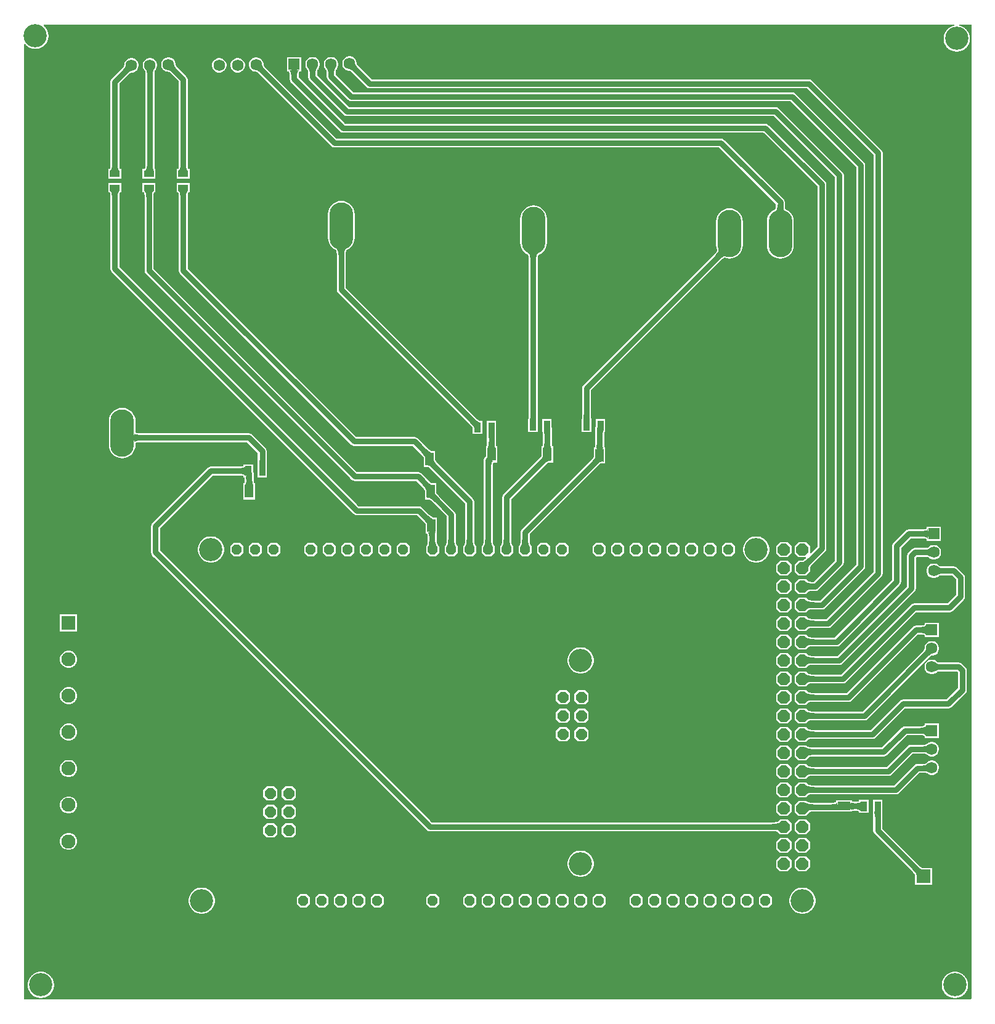
<source format=gtl>
G04*
G04 #@! TF.GenerationSoftware,Altium Limited,Altium Designer,21.7.2 (23)*
G04*
G04 Layer_Physical_Order=1*
G04 Layer_Color=255*
%FSLAX25Y25*%
%MOIN*%
G70*
G04*
G04 #@! TF.SameCoordinates,C79372BE-A85D-4624-A7F0-99D61F2BA69B*
G04*
G04*
G04 #@! TF.FilePolarity,Positive*
G04*
G01*
G75*
%ADD37R,0.03622X0.05433*%
%ADD38R,0.04567X0.07165*%
%ADD39R,0.07165X0.04567*%
%ADD40R,0.05433X0.03622*%
%ADD41C,0.03150*%
%ADD42C,0.01575*%
%ADD43C,0.12598*%
%ADD44C,0.07677*%
%ADD45R,0.07677X0.07677*%
%ADD46P,0.06061X8X112.5*%
%ADD47C,0.06260*%
%ADD48R,0.06260X0.06260*%
%ADD49O,0.12835X0.25669*%
%ADD50P,0.07144X8X292.5*%
%ADD51R,0.06260X0.06260*%
%ADD52C,0.12598*%
%ADD53P,0.06605X8X112.5*%
%ADD54C,0.02756*%
G36*
X577500Y11000D02*
X577000Y10500D01*
X65000D01*
Y527324D01*
X65481Y527478D01*
X65500Y527478D01*
X65743Y527235D01*
X65965Y526965D01*
X66235Y526743D01*
X66483Y526496D01*
X66773Y526301D01*
X67044Y526079D01*
X67352Y525914D01*
X67643Y525720D01*
X67966Y525586D01*
X68275Y525421D01*
X68610Y525320D01*
X68933Y525186D01*
X69276Y525117D01*
X69611Y525016D01*
X69959Y524982D01*
X70302Y524913D01*
X70652D01*
X71000Y524879D01*
X71348Y524913D01*
X71698D01*
X72041Y524982D01*
X72389Y525016D01*
X72724Y525117D01*
X73067Y525186D01*
X73390Y525320D01*
X73725Y525421D01*
X74034Y525586D01*
X74357Y525720D01*
X74648Y525914D01*
X74956Y526079D01*
X75227Y526301D01*
X75517Y526496D01*
X75765Y526743D01*
X76035Y526965D01*
X76257Y527235D01*
X76504Y527483D01*
X76699Y527773D01*
X76921Y528044D01*
X77086Y528352D01*
X77280Y528643D01*
X77414Y528966D01*
X77579Y529275D01*
X77680Y529610D01*
X77814Y529933D01*
X77882Y530276D01*
X77984Y530611D01*
X78018Y530959D01*
X78087Y531302D01*
Y531652D01*
X78121Y532000D01*
X78087Y532348D01*
Y532698D01*
X78018Y533041D01*
X77984Y533389D01*
X77882Y533724D01*
X77814Y534067D01*
X77680Y534390D01*
X77579Y534725D01*
X77414Y535034D01*
X77280Y535357D01*
X77086Y535648D01*
X76921Y535956D01*
X76699Y536227D01*
X76504Y536517D01*
X76257Y536765D01*
X76035Y537035D01*
X75765Y537257D01*
X75522Y537500D01*
X75522Y537520D01*
X75676Y538000D01*
X568248D01*
X568272Y537500D01*
X568111Y537484D01*
X567776Y537383D01*
X567433Y537314D01*
X567110Y537180D01*
X566775Y537079D01*
X566466Y536914D01*
X566143Y536780D01*
X565852Y536586D01*
X565544Y536421D01*
X565273Y536199D01*
X564983Y536004D01*
X564735Y535757D01*
X564465Y535535D01*
X564243Y535265D01*
X563996Y535017D01*
X563801Y534727D01*
X563579Y534456D01*
X563414Y534148D01*
X563220Y533857D01*
X563086Y533534D01*
X562921Y533225D01*
X562820Y532890D01*
X562686Y532567D01*
X562617Y532224D01*
X562516Y531889D01*
X562482Y531541D01*
X562413Y531198D01*
Y530848D01*
X562379Y530500D01*
X562413Y530152D01*
Y529802D01*
X562482Y529459D01*
X562516Y529111D01*
X562617Y528776D01*
X562686Y528433D01*
X562820Y528110D01*
X562921Y527775D01*
X563086Y527466D01*
X563220Y527143D01*
X563414Y526852D01*
X563579Y526544D01*
X563801Y526273D01*
X563996Y525983D01*
X564243Y525735D01*
X564465Y525465D01*
X564735Y525243D01*
X564983Y524996D01*
X565273Y524801D01*
X565544Y524579D01*
X565852Y524414D01*
X566143Y524220D01*
X566466Y524086D01*
X566775Y523921D01*
X567110Y523820D01*
X567433Y523686D01*
X567776Y523618D01*
X568111Y523516D01*
X568459Y523482D01*
X568802Y523413D01*
X569152D01*
X569500Y523379D01*
X569848Y523413D01*
X570198D01*
X570541Y523482D01*
X570889Y523516D01*
X571224Y523618D01*
X571567Y523686D01*
X571890Y523820D01*
X572225Y523921D01*
X572534Y524086D01*
X572857Y524220D01*
X573148Y524414D01*
X573456Y524579D01*
X573727Y524801D01*
X574017Y524996D01*
X574265Y525243D01*
X574535Y525465D01*
X574757Y525735D01*
X575004Y525983D01*
X575199Y526273D01*
X575421Y526544D01*
X575586Y526852D01*
X575780Y527143D01*
X575914Y527466D01*
X576079Y527775D01*
X576180Y528110D01*
X576314Y528433D01*
X576382Y528776D01*
X576484Y529111D01*
X576518Y529459D01*
X576587Y529802D01*
Y530152D01*
X576621Y530500D01*
X576587Y530848D01*
Y531198D01*
X576518Y531541D01*
X576484Y531889D01*
X576382Y532224D01*
X576314Y532567D01*
X576180Y532890D01*
X576079Y533225D01*
X575914Y533534D01*
X575780Y533857D01*
X575586Y534148D01*
X575421Y534456D01*
X575199Y534727D01*
X575004Y535017D01*
X574757Y535265D01*
X574535Y535535D01*
X574265Y535757D01*
X574017Y536004D01*
X573727Y536199D01*
X573456Y536421D01*
X573148Y536586D01*
X572857Y536780D01*
X572534Y536914D01*
X572225Y537079D01*
X571890Y537180D01*
X571567Y537314D01*
X571224Y537383D01*
X570889Y537484D01*
X570727Y537500D01*
X570752Y538000D01*
X577500D01*
Y11000D01*
D02*
G37*
%LPC*%
G36*
X181016Y519917D02*
X179984D01*
X178988Y519650D01*
X178095Y519135D01*
X177365Y518405D01*
X176850Y517512D01*
X176583Y516516D01*
Y515484D01*
X176850Y514488D01*
X177365Y513595D01*
X178095Y512865D01*
X178988Y512350D01*
X179984Y512083D01*
X181016D01*
X182012Y512350D01*
X182905Y512865D01*
X183635Y513595D01*
X184150Y514488D01*
X184417Y515484D01*
Y516516D01*
X184150Y517512D01*
X183635Y518405D01*
X182905Y519135D01*
X182012Y519650D01*
X181016Y519917D01*
D02*
G37*
G36*
X171016D02*
X169984D01*
X168988Y519650D01*
X168095Y519135D01*
X167365Y518405D01*
X166850Y517512D01*
X166583Y516516D01*
Y515484D01*
X166850Y514488D01*
X167365Y513595D01*
X168095Y512865D01*
X168988Y512350D01*
X169984Y512083D01*
X171016D01*
X172012Y512350D01*
X172905Y512865D01*
X173635Y513595D01*
X174150Y514488D01*
X174417Y515484D01*
Y516516D01*
X174150Y517512D01*
X173635Y518405D01*
X172905Y519135D01*
X172012Y519650D01*
X171016Y519917D01*
D02*
G37*
G36*
X143516Y520311D02*
X142484D01*
X141488Y520044D01*
X140595Y519528D01*
X139865Y518799D01*
X139350Y517906D01*
X139083Y516909D01*
Y515878D01*
X139350Y514882D01*
X139865Y513988D01*
X140595Y513259D01*
X141488Y512743D01*
X142484Y512476D01*
X142930D01*
X142983Y512463D01*
X143107Y512455D01*
X143193Y512438D01*
X143302Y512404D01*
X143433Y512348D01*
X143582Y512268D01*
X143749Y512162D01*
X143925Y512036D01*
X144107Y511880D01*
X148591Y507396D01*
Y461327D01*
X148580Y461148D01*
X148530Y460726D01*
X148463Y460382D01*
X148387Y460122D01*
X148311Y459949D01*
X148256Y459866D01*
X148254Y459864D01*
X148214Y459858D01*
X147496D01*
Y459076D01*
X147493Y459059D01*
X147496Y459042D01*
Y454661D01*
X154504D01*
Y459042D01*
X154507Y459059D01*
X154504Y459076D01*
Y459858D01*
X153787D01*
X153746Y459864D01*
X153744Y459866D01*
X153689Y459949D01*
X153613Y460122D01*
X153537Y460382D01*
X153472Y460714D01*
X153409Y461428D01*
Y508394D01*
X153225Y509315D01*
X152703Y510097D01*
X147471Y515329D01*
X147364Y515461D01*
X147231Y515644D01*
X147126Y515811D01*
X147046Y515961D01*
X146990Y516091D01*
X146955Y516200D01*
X146939Y516287D01*
X146931Y516411D01*
X146917Y516464D01*
Y516909D01*
X146650Y517906D01*
X146135Y518799D01*
X145405Y519528D01*
X144512Y520044D01*
X143516Y520311D01*
D02*
G37*
G36*
X133516Y519917D02*
X132484D01*
X131488Y519650D01*
X130595Y519135D01*
X129865Y518405D01*
X129350Y517512D01*
X129083Y516516D01*
Y515484D01*
X129350Y514488D01*
X129865Y513595D01*
X130181Y513279D01*
X130208Y513233D01*
X130290Y513140D01*
X130340Y513066D01*
X130393Y512965D01*
X130445Y512833D01*
X130494Y512671D01*
X130538Y512478D01*
X130572Y512265D01*
X130591Y512025D01*
Y461472D01*
X130565Y461172D01*
X130498Y460768D01*
X130411Y460443D01*
X130312Y460202D01*
X130214Y460040D01*
X130128Y459947D01*
X130053Y459897D01*
X129970Y459867D01*
X129887Y459858D01*
X128996D01*
Y454661D01*
X136004D01*
Y459043D01*
X136007Y459061D01*
X136004Y459078D01*
Y459858D01*
X135556D01*
X135520Y460007D01*
X135474Y460285D01*
X135408Y461268D01*
Y512085D01*
X135426Y512255D01*
X135462Y512478D01*
X135506Y512671D01*
X135555Y512833D01*
X135608Y512965D01*
X135660Y513066D01*
X135710Y513140D01*
X135792Y513233D01*
X135819Y513279D01*
X136135Y513595D01*
X136650Y514488D01*
X136917Y515484D01*
Y516516D01*
X136650Y517512D01*
X136135Y518405D01*
X135405Y519135D01*
X134512Y519650D01*
X133516Y519917D01*
D02*
G37*
G36*
X123516D02*
X122484D01*
X121488Y519650D01*
X120595Y519135D01*
X119865Y518405D01*
X119350Y517512D01*
X119083Y516516D01*
Y516070D01*
X119069Y516017D01*
X119061Y515893D01*
X119045Y515807D01*
X119010Y515698D01*
X118954Y515567D01*
X118874Y515418D01*
X118769Y515250D01*
X118642Y515075D01*
X118487Y514893D01*
X112297Y508703D01*
X111775Y507922D01*
X111591Y507000D01*
Y461327D01*
X111580Y461148D01*
X111530Y460726D01*
X111463Y460382D01*
X111387Y460122D01*
X111311Y459949D01*
X111256Y459866D01*
X111254Y459864D01*
X111214Y459858D01*
X110496D01*
Y459076D01*
X110493Y459059D01*
X110496Y459042D01*
Y454661D01*
X117504D01*
Y459042D01*
X117507Y459059D01*
X117504Y459076D01*
Y459858D01*
X116787D01*
X116746Y459864D01*
X116744Y459866D01*
X116689Y459949D01*
X116613Y460122D01*
X116537Y460382D01*
X116472Y460714D01*
X116409Y461428D01*
Y506002D01*
X121935Y511529D01*
X122067Y511636D01*
X122250Y511768D01*
X122418Y511874D01*
X122567Y511954D01*
X122698Y512010D01*
X122807Y512045D01*
X122893Y512061D01*
X123017Y512069D01*
X123070Y512083D01*
X123516D01*
X124512Y512350D01*
X125405Y512865D01*
X126135Y513595D01*
X126650Y514488D01*
X126917Y515484D01*
Y516516D01*
X126650Y517512D01*
X126135Y518405D01*
X125405Y519135D01*
X124512Y519650D01*
X123516Y519917D01*
D02*
G37*
G36*
X191016Y520311D02*
X189984D01*
X188988Y520044D01*
X188095Y519528D01*
X187365Y518799D01*
X186850Y517906D01*
X186583Y516909D01*
Y515878D01*
X186850Y514882D01*
X187365Y513988D01*
X188095Y513259D01*
X188988Y512743D01*
X189984Y512476D01*
X190430D01*
X190483Y512463D01*
X190607Y512455D01*
X190693Y512438D01*
X190802Y512404D01*
X190933Y512348D01*
X191082Y512268D01*
X191250Y512162D01*
X191425Y512036D01*
X191607Y511880D01*
X231191Y472297D01*
X231972Y471775D01*
X232894Y471592D01*
X441002D01*
X471651Y440943D01*
Y439879D01*
X471623Y439497D01*
X471552Y438987D01*
X471459Y438569D01*
X471350Y438248D01*
X471274Y438098D01*
X470037Y437437D01*
X468940Y436537D01*
X468040Y435439D01*
X467371Y434188D01*
X466959Y432830D01*
X466819Y431417D01*
Y418583D01*
X466959Y417170D01*
X467371Y415812D01*
X468040Y414561D01*
X468940Y413463D01*
X470037Y412563D01*
X471289Y411894D01*
X472647Y411482D01*
X474059Y411343D01*
X475471Y411482D01*
X476829Y411894D01*
X478081Y412563D01*
X479178Y413463D01*
X480079Y414561D01*
X480748Y415812D01*
X481159Y417170D01*
X481299Y418583D01*
Y431417D01*
X481159Y432830D01*
X480748Y434188D01*
X480079Y435439D01*
X479178Y436537D01*
X478081Y437437D01*
X476844Y438098D01*
X476768Y438248D01*
X476659Y438569D01*
X476569Y438974D01*
X476468Y439952D01*
Y441941D01*
X476284Y442863D01*
X475762Y443644D01*
X443703Y475703D01*
X442922Y476225D01*
X442000Y476408D01*
X233891D01*
X194971Y515329D01*
X194864Y515461D01*
X194731Y515644D01*
X194626Y515811D01*
X194546Y515961D01*
X194490Y516091D01*
X194455Y516200D01*
X194439Y516287D01*
X194431Y516411D01*
X194417Y516464D01*
Y516909D01*
X194150Y517906D01*
X193635Y518799D01*
X192905Y519528D01*
X192012Y520044D01*
X191016Y520311D01*
D02*
G37*
G36*
X446500Y438657D02*
X445088Y438518D01*
X443729Y438106D01*
X442478Y437437D01*
X441381Y436537D01*
X440481Y435439D01*
X439812Y434188D01*
X439399Y432830D01*
X439260Y431417D01*
Y418583D01*
X439399Y417170D01*
X439807Y415828D01*
X439755Y415668D01*
X439604Y415364D01*
X439382Y415014D01*
X438762Y414251D01*
X367537Y343026D01*
X367015Y342245D01*
X366832Y341323D01*
Y325128D01*
X366827Y324874D01*
X366801Y324504D01*
X366642D01*
Y323722D01*
X366638Y323705D01*
X366642Y323687D01*
Y317496D01*
X371839D01*
Y323687D01*
X371842Y323705D01*
X371839Y323722D01*
Y324504D01*
X371723D01*
X371649Y325788D01*
Y340325D01*
X442220Y410897D01*
X442509Y411147D01*
X442920Y411457D01*
X443281Y411687D01*
X443586Y411837D01*
X443745Y411890D01*
X445088Y411482D01*
X446500Y411343D01*
X447912Y411482D01*
X449270Y411894D01*
X450522Y412563D01*
X451619Y413463D01*
X452520Y414561D01*
X453189Y415812D01*
X453601Y417170D01*
X453740Y418583D01*
Y431417D01*
X453601Y432830D01*
X453189Y434188D01*
X452520Y435439D01*
X451619Y436537D01*
X450522Y437437D01*
X449270Y438106D01*
X447912Y438518D01*
X446500Y438657D01*
D02*
G37*
G36*
X340500Y440157D02*
X339088Y440018D01*
X337730Y439606D01*
X336478Y438937D01*
X335381Y438036D01*
X334481Y436939D01*
X333811Y435688D01*
X333400Y434330D01*
X333260Y432917D01*
Y420083D01*
X333400Y418670D01*
X333811Y417312D01*
X334481Y416061D01*
X335381Y414963D01*
X336478Y414063D01*
X337573Y413478D01*
X337660Y413303D01*
X337770Y412976D01*
X337860Y412566D01*
X337962Y411582D01*
Y325308D01*
X337961Y325286D01*
X337908Y324577D01*
X337898Y324504D01*
X337642D01*
Y323722D01*
X337638Y323705D01*
X337642Y323687D01*
Y323685D01*
X337639Y323668D01*
X337642Y323658D01*
Y317496D01*
X342839D01*
Y323687D01*
X342842Y323705D01*
X342840Y323716D01*
X342842Y323729D01*
X342839Y323831D01*
Y324504D01*
X342818D01*
X342779Y325836D01*
Y411587D01*
X342806Y411967D01*
X342877Y412472D01*
X342969Y412886D01*
X343078Y413201D01*
X343160Y413361D01*
X343270Y413394D01*
X343879Y413720D01*
X343894Y413724D01*
X343905Y413733D01*
X344522Y414063D01*
X345619Y414963D01*
X346519Y416061D01*
X347188Y417312D01*
X347601Y418670D01*
X347740Y420083D01*
Y432917D01*
X347601Y434330D01*
X347188Y435688D01*
X346519Y436939D01*
X345619Y438036D01*
X344522Y438937D01*
X343270Y439606D01*
X341912Y440018D01*
X340500Y440157D01*
D02*
G37*
G36*
X236500Y442657D02*
X235088Y442518D01*
X233730Y442106D01*
X232478Y441437D01*
X231381Y440536D01*
X230481Y439439D01*
X229812Y438188D01*
X229399Y436830D01*
X229260Y435417D01*
Y422583D01*
X229399Y421170D01*
X229812Y419812D01*
X230481Y418561D01*
X231381Y417463D01*
X232478Y416563D01*
X233715Y415902D01*
X233791Y415752D01*
X233900Y415431D01*
X233990Y415026D01*
X234091Y414048D01*
Y394646D01*
X234275Y393724D01*
X234797Y392943D01*
X306397Y321342D01*
X306719Y320979D01*
X307123Y320472D01*
X307437Y320018D01*
X307642Y319657D01*
Y316496D01*
X312839D01*
Y322638D01*
X312840Y322641D01*
X312839Y322650D01*
Y323504D01*
X312106D01*
X312102Y323505D01*
X311876Y323523D01*
X311678Y323567D01*
X311443Y323649D01*
X311175Y323774D01*
X310876Y323945D01*
X310549Y324162D01*
X310205Y324421D01*
X309650Y324902D01*
X238909Y395643D01*
Y414121D01*
X238936Y414503D01*
X239007Y415013D01*
X239100Y415431D01*
X239209Y415752D01*
X239285Y415902D01*
X240522Y416563D01*
X241619Y417463D01*
X242519Y418561D01*
X243189Y419812D01*
X243601Y421170D01*
X243740Y422583D01*
Y435417D01*
X243601Y436830D01*
X243189Y438188D01*
X242519Y439439D01*
X241619Y440536D01*
X240522Y441437D01*
X239270Y442106D01*
X237912Y442518D01*
X236500Y442657D01*
D02*
G37*
G36*
X118000Y330657D02*
X116588Y330518D01*
X115229Y330106D01*
X113978Y329437D01*
X112881Y328537D01*
X111980Y327439D01*
X111311Y326188D01*
X110899Y324830D01*
X110760Y323417D01*
Y310583D01*
X110899Y309170D01*
X111311Y307812D01*
X111980Y306561D01*
X112881Y305464D01*
X113978Y304563D01*
X115229Y303894D01*
X116588Y303482D01*
X118000Y303343D01*
X119412Y303482D01*
X120771Y303894D01*
X122022Y304563D01*
X123119Y305464D01*
X124020Y306561D01*
X124688Y307812D01*
X125101Y309170D01*
X125240Y310583D01*
Y311489D01*
X125263Y311554D01*
X125312Y311628D01*
X125405Y311714D01*
X125566Y311812D01*
X125808Y311911D01*
X126132Y311998D01*
X126538Y312065D01*
X126838Y312091D01*
X185502D01*
X191351Y306242D01*
Y300628D01*
X191347Y300374D01*
X191321Y300004D01*
X191161D01*
Y299222D01*
X191158Y299204D01*
X191161Y299187D01*
Y292996D01*
X196358D01*
Y299187D01*
X196362Y299204D01*
X196358Y299222D01*
Y300004D01*
X196243D01*
X196168Y301288D01*
Y307240D01*
X195985Y308162D01*
X195463Y308943D01*
X188203Y316203D01*
X187422Y316725D01*
X186500Y316909D01*
X126838D01*
X126538Y316935D01*
X126132Y317002D01*
X125808Y317089D01*
X125566Y317188D01*
X125405Y317286D01*
X125312Y317372D01*
X125263Y317446D01*
X125240Y317511D01*
Y323417D01*
X125101Y324830D01*
X124688Y326188D01*
X124020Y327439D01*
X123119Y328537D01*
X122022Y329437D01*
X120771Y330106D01*
X119412Y330518D01*
X118000Y330657D01*
D02*
G37*
G36*
X184441Y300007D02*
X184424Y300004D01*
X183642D01*
Y299287D01*
X183636Y299246D01*
X183634Y299244D01*
X183551Y299189D01*
X183378Y299113D01*
X183118Y299037D01*
X182786Y298973D01*
X182072Y298908D01*
X166000D01*
X165078Y298725D01*
X164297Y298203D01*
X134297Y268203D01*
X133775Y267422D01*
X133591Y266500D01*
Y252500D01*
X133775Y251578D01*
X134297Y250797D01*
X282797Y102297D01*
X283578Y101775D01*
X284500Y101592D01*
X470374D01*
X471181Y101561D01*
X471825Y101489D01*
X472369Y101391D01*
X472519Y101350D01*
X473956Y99913D01*
X478044D01*
X480087Y101956D01*
Y106044D01*
X478044Y108087D01*
X473956D01*
X472519Y106650D01*
X472369Y106609D01*
X471836Y106513D01*
X470596Y106409D01*
X285498D01*
X138409Y253498D01*
Y265502D01*
X166998Y294092D01*
X182173D01*
X182352Y294080D01*
X182774Y294030D01*
X183118Y293963D01*
X183378Y293887D01*
X183551Y293811D01*
X183634Y293756D01*
X183636Y293754D01*
X183642Y293713D01*
Y292996D01*
X184122D01*
X184164Y292836D01*
X184212Y292563D01*
X184284Y291552D01*
Y291212D01*
X184255Y290684D01*
X184212Y290324D01*
X184160Y290035D01*
X184116Y289870D01*
X183622D01*
Y289088D01*
X183619Y289071D01*
X183622Y289053D01*
Y281130D01*
X189764D01*
Y289053D01*
X189767Y289071D01*
X189764Y289088D01*
Y289870D01*
X189270D01*
X189226Y290035D01*
X189177Y290306D01*
X189101Y291328D01*
Y295142D01*
X188918Y296063D01*
X188839Y296182D01*
Y300004D01*
X184458D01*
X184441Y300007D01*
D02*
G37*
G36*
X553988Y266421D02*
X553971Y266417D01*
X553189D01*
Y265693D01*
X553169Y265506D01*
X553141Y265430D01*
X553094Y265361D01*
X553003Y265278D01*
X552843Y265182D01*
X552602Y265085D01*
X552278Y265000D01*
X551873Y264934D01*
X551581Y264909D01*
X543500D01*
X542578Y264725D01*
X541797Y264203D01*
X535297Y257703D01*
X534775Y256922D01*
X534591Y256000D01*
Y237498D01*
X503502Y206409D01*
X491324D01*
X490831Y206438D01*
X490180Y206511D01*
X489638Y206610D01*
X489476Y206655D01*
X488044Y208087D01*
X483956D01*
X481913Y206044D01*
Y201956D01*
X483956Y199913D01*
X488044D01*
X489476Y201345D01*
X489638Y201390D01*
X490169Y201487D01*
X491408Y201591D01*
X504500D01*
X505422Y201775D01*
X506203Y202297D01*
X538703Y234797D01*
X539225Y235578D01*
X539408Y236500D01*
Y255002D01*
X544498Y260091D01*
X551581D01*
X551873Y260066D01*
X552278Y260000D01*
X552602Y259915D01*
X552843Y259818D01*
X553003Y259722D01*
X553094Y259639D01*
X553141Y259570D01*
X553169Y259494D01*
X553189Y259307D01*
Y258583D01*
X553971D01*
X553988Y258579D01*
X554006Y258583D01*
X561024D01*
Y266417D01*
X554006D01*
X553988Y266421D01*
D02*
G37*
G36*
X214917Y520417D02*
X207083D01*
Y513399D01*
X207079Y513382D01*
X207083Y513365D01*
Y512583D01*
X207807D01*
X207994Y512563D01*
X208070Y512535D01*
X208139Y512488D01*
X208222Y512397D01*
X208318Y512237D01*
X208415Y511996D01*
X208500Y511671D01*
X208566Y511267D01*
X208592Y510975D01*
Y508500D01*
X208775Y507578D01*
X209297Y506797D01*
X235797Y480297D01*
X236578Y479775D01*
X237500Y479592D01*
X465002D01*
X494092Y450502D01*
Y255498D01*
X490587Y251993D01*
X490087Y252201D01*
Y256044D01*
X488044Y258087D01*
X483956D01*
X481913Y256044D01*
Y251956D01*
X483956Y249913D01*
X487799D01*
X487867Y249829D01*
X487998Y249413D01*
X487514Y248963D01*
X487000Y248551D01*
X486539Y248229D01*
X486292Y248087D01*
X483956D01*
X481913Y246044D01*
Y241956D01*
X483956Y239913D01*
X488044D01*
X490087Y241956D01*
Y244292D01*
X490229Y244539D01*
X490545Y244991D01*
X491362Y245956D01*
X498203Y252797D01*
X498725Y253578D01*
X498909Y254500D01*
Y451500D01*
X498725Y452422D01*
X498203Y453203D01*
X467703Y483703D01*
X466922Y484225D01*
X466000Y484409D01*
X238498D01*
X213408Y509498D01*
Y510975D01*
X213434Y511267D01*
X213500Y511671D01*
X213585Y511996D01*
X213682Y512237D01*
X213778Y512397D01*
X213861Y512488D01*
X213930Y512535D01*
X214006Y512563D01*
X214193Y512583D01*
X214917D01*
Y513365D01*
X214921Y513382D01*
X214917Y513399D01*
Y520417D01*
D02*
G37*
G36*
X447794Y257587D02*
X444206D01*
X442413Y255794D01*
Y252206D01*
X444206Y250413D01*
X447794D01*
X449587Y252206D01*
Y255794D01*
X447794Y257587D01*
D02*
G37*
G36*
X437794D02*
X434206D01*
X432413Y255794D01*
Y252206D01*
X434206Y250413D01*
X437794D01*
X439587Y252206D01*
Y255794D01*
X437794Y257587D01*
D02*
G37*
G36*
X427794D02*
X424206D01*
X422413Y255794D01*
Y252206D01*
X424206Y250413D01*
X427794D01*
X429587Y252206D01*
Y255794D01*
X427794Y257587D01*
D02*
G37*
G36*
X417794D02*
X414206D01*
X412413Y255794D01*
Y252206D01*
X414206Y250413D01*
X417794D01*
X419587Y252206D01*
Y255794D01*
X417794Y257587D01*
D02*
G37*
G36*
X407794D02*
X404206D01*
X402413Y255794D01*
Y252206D01*
X404206Y250413D01*
X407794D01*
X409587Y252206D01*
Y255794D01*
X407794Y257587D01*
D02*
G37*
G36*
X397794D02*
X394206D01*
X392413Y255794D01*
Y252206D01*
X394206Y250413D01*
X397794D01*
X399587Y252206D01*
Y255794D01*
X397794Y257587D01*
D02*
G37*
G36*
X387794D02*
X384206D01*
X382413Y255794D01*
Y252206D01*
X384206Y250413D01*
X387794D01*
X389587Y252206D01*
Y255794D01*
X387794Y257587D01*
D02*
G37*
G36*
X377794D02*
X374206D01*
X372413Y255794D01*
Y252206D01*
X374206Y250413D01*
X377794D01*
X379587Y252206D01*
Y255794D01*
X377794Y257587D01*
D02*
G37*
G36*
X357794D02*
X354206D01*
X352413Y255794D01*
Y252206D01*
X354206Y250413D01*
X357794D01*
X359587Y252206D01*
Y255794D01*
X357794Y257587D01*
D02*
G37*
G36*
X347794D02*
X344206D01*
X342413Y255794D01*
Y252206D01*
X344206Y250413D01*
X347794D01*
X349587Y252206D01*
Y255794D01*
X347794Y257587D01*
D02*
G37*
G36*
X379358Y324504D02*
X374161D01*
Y320682D01*
X374082Y320563D01*
X373899Y319642D01*
Y310712D01*
X373869Y310184D01*
X373827Y309824D01*
X373774Y309535D01*
X373730Y309370D01*
X373236D01*
Y308588D01*
X373233Y308571D01*
X373236Y308553D01*
Y304426D01*
X373094Y304179D01*
X372779Y303726D01*
X371961Y302761D01*
X334297Y265097D01*
X333775Y264315D01*
X333592Y263394D01*
Y259021D01*
X333576Y258636D01*
X333521Y258155D01*
X333444Y257709D01*
X333348Y257308D01*
X333234Y256952D01*
X333105Y256641D01*
X332962Y256375D01*
X332893Y256274D01*
X332413Y255794D01*
Y255411D01*
X332409Y255394D01*
X332413Y255377D01*
Y255356D01*
X332411Y255343D01*
X332413Y255336D01*
Y252206D01*
X334206Y250413D01*
X337794D01*
X339587Y252206D01*
Y255336D01*
X339589Y255343D01*
X339587Y255356D01*
Y255377D01*
X339591Y255394D01*
X339587Y255411D01*
Y255794D01*
X339107Y256274D01*
X339038Y256375D01*
X338895Y256641D01*
X338766Y256952D01*
X338652Y257308D01*
X338556Y257709D01*
X338481Y258145D01*
X338408Y258968D01*
Y262396D01*
X375208Y299195D01*
X375810Y299755D01*
X376323Y300166D01*
X376785Y300488D01*
X377032Y300630D01*
X379378D01*
Y308553D01*
X379381Y308571D01*
X379378Y308588D01*
Y309370D01*
X378885D01*
X378840Y309535D01*
X378791Y309806D01*
X378716Y310828D01*
Y316171D01*
X378743Y316684D01*
X378785Y317046D01*
X378836Y317336D01*
X378878Y317496D01*
X379358D01*
Y318278D01*
X379362Y318296D01*
X379358Y318313D01*
Y324504D01*
D02*
G37*
G36*
X350358D02*
X345161D01*
Y318313D01*
X345158Y318296D01*
X345161Y318278D01*
Y318272D01*
X345159Y318255D01*
X345161Y318246D01*
Y317496D01*
X345496D01*
X345511Y317411D01*
X345591Y316134D01*
Y311212D01*
X345562Y310684D01*
X345519Y310324D01*
X345467Y310035D01*
X345423Y309870D01*
X344929D01*
Y309088D01*
X344926Y309071D01*
X344929Y309053D01*
Y304926D01*
X344787Y304679D01*
X344472Y304226D01*
X343654Y303261D01*
X324297Y283904D01*
X323775Y283122D01*
X323591Y282201D01*
Y259021D01*
X323576Y258636D01*
X323521Y258155D01*
X323444Y257709D01*
X323348Y257308D01*
X323234Y256952D01*
X323105Y256641D01*
X322962Y256375D01*
X322893Y256274D01*
X322413Y255794D01*
Y255411D01*
X322409Y255394D01*
X322413Y255377D01*
Y255356D01*
X322411Y255343D01*
X322413Y255336D01*
Y252206D01*
X324206Y250413D01*
X327794D01*
X329587Y252206D01*
Y255336D01*
X329589Y255343D01*
X329587Y255356D01*
Y255377D01*
X329591Y255394D01*
X329587Y255411D01*
Y255794D01*
X329107Y256274D01*
X329038Y256375D01*
X328895Y256641D01*
X328766Y256952D01*
X328652Y257308D01*
X328556Y257709D01*
X328481Y258145D01*
X328409Y258968D01*
Y281203D01*
X346901Y299695D01*
X347502Y300255D01*
X348016Y300666D01*
X348478Y300988D01*
X348725Y301130D01*
X351071D01*
Y309053D01*
X351074Y309071D01*
X351071Y309088D01*
Y309870D01*
X350577D01*
X350533Y310035D01*
X350484Y310306D01*
X350409Y311328D01*
Y319854D01*
X350358Y320107D01*
Y324504D01*
D02*
G37*
G36*
X320358Y323504D02*
X315161D01*
Y317313D01*
X315158Y317296D01*
X315161Y317278D01*
Y316496D01*
X315289D01*
X315375Y315159D01*
Y311192D01*
X315348Y310681D01*
X315306Y310320D01*
X315255Y310029D01*
X315214Y309870D01*
X314736D01*
Y309088D01*
X314733Y309071D01*
X314736Y309053D01*
Y304536D01*
X314297Y304097D01*
X313775Y303315D01*
X313592Y302394D01*
Y259021D01*
X313576Y258636D01*
X313521Y258155D01*
X313444Y257709D01*
X313348Y257308D01*
X313234Y256952D01*
X313105Y256641D01*
X312962Y256375D01*
X312893Y256274D01*
X312413Y255794D01*
Y255411D01*
X312409Y255394D01*
X312413Y255377D01*
Y255356D01*
X312411Y255343D01*
X312413Y255336D01*
Y252206D01*
X314206Y250413D01*
X317794D01*
X319587Y252206D01*
Y255336D01*
X319589Y255343D01*
X319587Y255356D01*
Y255377D01*
X319591Y255394D01*
X319587Y255411D01*
Y255794D01*
X319107Y256274D01*
X319038Y256375D01*
X318895Y256641D01*
X318766Y256952D01*
X318652Y257308D01*
X318556Y257709D01*
X318481Y258145D01*
X318408Y258968D01*
Y299516D01*
X318435Y299815D01*
X318502Y300220D01*
X318589Y300544D01*
X318688Y300786D01*
X318786Y300947D01*
X318872Y301041D01*
X318947Y301091D01*
X319031Y301121D01*
X319114Y301130D01*
X320878D01*
Y309053D01*
X320881Y309071D01*
X320878Y309088D01*
Y309870D01*
X320369D01*
X320321Y310040D01*
X320271Y310309D01*
X320192Y311342D01*
Y316077D01*
X320193Y316130D01*
X320216Y316496D01*
X320358D01*
Y317278D01*
X320362Y317296D01*
X320358Y317313D01*
Y323504D01*
D02*
G37*
G36*
X154504Y452339D02*
X147496D01*
Y447958D01*
X147493Y447941D01*
X147496Y447924D01*
Y447142D01*
X148214D01*
X148254Y447136D01*
X148256Y447134D01*
X148311Y447051D01*
X148387Y446878D01*
X148463Y446618D01*
X148528Y446286D01*
X148591Y445572D01*
Y405000D01*
X148775Y404078D01*
X149297Y403297D01*
X241797Y310797D01*
X242578Y310275D01*
X243500Y310091D01*
X275109D01*
X279797Y305403D01*
X280358Y304799D01*
X280768Y304286D01*
X281089Y303825D01*
X281236Y303568D01*
Y302134D01*
X281233Y302116D01*
X281236Y302099D01*
Y298630D01*
X283582D01*
X283829Y298488D01*
X284282Y298172D01*
X285247Y297355D01*
X303591Y279010D01*
Y259021D01*
X303576Y258636D01*
X303521Y258155D01*
X303444Y257709D01*
X303348Y257308D01*
X303234Y256952D01*
X303105Y256641D01*
X302962Y256375D01*
X302893Y256274D01*
X302413Y255794D01*
Y255411D01*
X302409Y255394D01*
X302413Y255377D01*
Y255356D01*
X302411Y255343D01*
X302413Y255336D01*
Y252206D01*
X304206Y250413D01*
X307794D01*
X309587Y252206D01*
Y255336D01*
X309589Y255343D01*
X309587Y255356D01*
Y255377D01*
X309591Y255394D01*
X309587Y255411D01*
Y255794D01*
X309107Y256274D01*
X309038Y256375D01*
X308895Y256641D01*
X308766Y256952D01*
X308652Y257308D01*
X308556Y257709D01*
X308481Y258145D01*
X308408Y258968D01*
Y280008D01*
X308225Y280930D01*
X307703Y281711D01*
X288812Y300602D01*
X288253Y301203D01*
X287842Y301717D01*
X287520Y302179D01*
X287378Y302426D01*
Y307370D01*
X286507D01*
X286490Y307373D01*
X286473Y307370D01*
X285039D01*
X284781Y307517D01*
X284329Y307832D01*
X283364Y308648D01*
X277809Y314203D01*
X277028Y314725D01*
X276106Y314909D01*
X244498D01*
X153409Y405998D01*
Y445673D01*
X153420Y445852D01*
X153470Y446274D01*
X153537Y446618D01*
X153613Y446878D01*
X153689Y447051D01*
X153744Y447134D01*
X153746Y447136D01*
X153787Y447142D01*
X154504D01*
Y447924D01*
X154507Y447941D01*
X154504Y447958D01*
Y452339D01*
D02*
G37*
G36*
X136004D02*
X128996D01*
Y447958D01*
X128993Y447941D01*
X128996Y447924D01*
Y447142D01*
X129713D01*
X129754Y447136D01*
X129756Y447134D01*
X129811Y447051D01*
X129887Y446878D01*
X129963Y446618D01*
X130027Y446286D01*
X130092Y445572D01*
Y405000D01*
X130275Y404078D01*
X130797Y403297D01*
X242297Y291797D01*
X243078Y291275D01*
X244000Y291091D01*
X277109D01*
X280297Y287903D01*
X280858Y287299D01*
X281268Y286786D01*
X281589Y286325D01*
X281736Y286068D01*
Y284634D01*
X281733Y284616D01*
X281736Y284599D01*
Y281130D01*
X284082D01*
X284329Y280988D01*
X284782Y280672D01*
X285747Y279855D01*
X293591Y272010D01*
Y259021D01*
X293576Y258636D01*
X293521Y258155D01*
X293444Y257709D01*
X293348Y257308D01*
X293234Y256952D01*
X293105Y256641D01*
X292962Y256375D01*
X292893Y256274D01*
X292413Y255794D01*
Y255411D01*
X292409Y255394D01*
X292413Y255377D01*
Y255356D01*
X292411Y255343D01*
X292413Y255336D01*
Y252206D01*
X294206Y250413D01*
X297794D01*
X299587Y252206D01*
Y255336D01*
X299589Y255343D01*
X299587Y255356D01*
Y255377D01*
X299591Y255394D01*
X299587Y255411D01*
Y255794D01*
X299107Y256274D01*
X299038Y256375D01*
X298895Y256641D01*
X298766Y256952D01*
X298652Y257308D01*
X298556Y257709D01*
X298481Y258145D01*
X298409Y258968D01*
Y273008D01*
X298225Y273930D01*
X297703Y274711D01*
X289312Y283102D01*
X288753Y283703D01*
X288342Y284217D01*
X288020Y284679D01*
X287878Y284926D01*
Y289870D01*
X287007D01*
X286990Y289874D01*
X286973Y289870D01*
X285539D01*
X285281Y290017D01*
X284829Y290332D01*
X283864Y291148D01*
X279809Y295203D01*
X279028Y295725D01*
X278106Y295908D01*
X244998D01*
X134908Y405998D01*
Y445673D01*
X134920Y445852D01*
X134970Y446274D01*
X135037Y446618D01*
X135113Y446878D01*
X135189Y447051D01*
X135244Y447134D01*
X135246Y447136D01*
X135286Y447142D01*
X136004D01*
Y447924D01*
X136007Y447941D01*
X136004Y447958D01*
Y452339D01*
D02*
G37*
G36*
X117504D02*
X110496D01*
Y447958D01*
X110493Y447941D01*
X110496Y447924D01*
Y447142D01*
X111214D01*
X111254Y447136D01*
X111256Y447134D01*
X111311Y447051D01*
X111387Y446878D01*
X111463Y446618D01*
X111528Y446286D01*
X111591Y445572D01*
Y406000D01*
X111775Y405078D01*
X112297Y404297D01*
X243297Y273297D01*
X244078Y272775D01*
X245000Y272591D01*
X277609D01*
X280797Y269403D01*
X281358Y268799D01*
X281768Y268286D01*
X282089Y267825D01*
X282236Y267568D01*
Y266134D01*
X282233Y266116D01*
X282236Y266099D01*
Y263447D01*
X282233Y263429D01*
X282236Y263412D01*
Y262630D01*
X282942D01*
X282984Y262562D01*
X283056Y262385D01*
X283128Y262120D01*
X283188Y261782D01*
X283245Y261091D01*
Y258485D01*
X283201Y257803D01*
X283147Y257380D01*
X283077Y257002D01*
X282996Y256680D01*
X282906Y256414D01*
X282813Y256208D01*
X282791Y256172D01*
X282413Y255794D01*
Y255411D01*
X282409Y255394D01*
X282413Y255377D01*
Y255328D01*
X282412Y255324D01*
X282413Y255323D01*
Y252206D01*
X284206Y250413D01*
X287794D01*
X289587Y252206D01*
Y255346D01*
X289590Y255356D01*
X289587Y255372D01*
Y255377D01*
X289591Y255394D01*
X289587Y255411D01*
Y255794D01*
X289000Y256381D01*
X288892Y256525D01*
X288697Y256845D01*
X288525Y257193D01*
X288378Y257571D01*
X288256Y257980D01*
X288159Y258421D01*
X288089Y258894D01*
X288062Y259208D01*
Y261844D01*
X288062Y261849D01*
X288115Y262558D01*
X288124Y262630D01*
X288378D01*
Y263412D01*
X288381Y263429D01*
X288378Y263447D01*
Y263452D01*
X288380Y263469D01*
X288378Y263479D01*
Y271370D01*
X287507D01*
X287490Y271374D01*
X287473Y271370D01*
X286039D01*
X285781Y271517D01*
X285329Y271832D01*
X284364Y272648D01*
X280309Y276703D01*
X279528Y277225D01*
X278606Y277409D01*
X245998D01*
X116409Y406998D01*
Y445673D01*
X116420Y445852D01*
X116470Y446274D01*
X116537Y446618D01*
X116613Y446878D01*
X116689Y447051D01*
X116744Y447134D01*
X116746Y447136D01*
X116787Y447142D01*
X117504D01*
Y447924D01*
X117507Y447941D01*
X117504Y447958D01*
Y452339D01*
D02*
G37*
G36*
X271794Y257587D02*
X268206D01*
X266413Y255794D01*
Y252206D01*
X268206Y250413D01*
X271794D01*
X273587Y252206D01*
Y255794D01*
X271794Y257587D01*
D02*
G37*
G36*
X261794D02*
X258206D01*
X256413Y255794D01*
Y252206D01*
X258206Y250413D01*
X261794D01*
X263587Y252206D01*
Y255794D01*
X261794Y257587D01*
D02*
G37*
G36*
X251794D02*
X248206D01*
X246413Y255794D01*
Y252206D01*
X248206Y250413D01*
X251794D01*
X253587Y252206D01*
Y255794D01*
X251794Y257587D01*
D02*
G37*
G36*
X241794D02*
X238206D01*
X236413Y255794D01*
Y252206D01*
X238206Y250413D01*
X241794D01*
X243587Y252206D01*
Y255794D01*
X241794Y257587D01*
D02*
G37*
G36*
X231794D02*
X228206D01*
X226413Y255794D01*
Y252206D01*
X228206Y250413D01*
X231794D01*
X233587Y252206D01*
Y255794D01*
X231794Y257587D01*
D02*
G37*
G36*
X221794D02*
X218206D01*
X216413Y255794D01*
Y252206D01*
X218206Y250413D01*
X221794D01*
X223587Y252206D01*
Y255794D01*
X221794Y257587D01*
D02*
G37*
G36*
X201794D02*
X198206D01*
X196413Y255794D01*
Y252206D01*
X198206Y250413D01*
X201794D01*
X203587Y252206D01*
Y255794D01*
X201794Y257587D01*
D02*
G37*
G36*
X191794D02*
X188206D01*
X186413Y255794D01*
Y252206D01*
X188206Y250413D01*
X191794D01*
X193587Y252206D01*
Y255794D01*
X191794Y257587D01*
D02*
G37*
G36*
X181794D02*
X178206D01*
X176413Y255794D01*
Y252206D01*
X178206Y250413D01*
X181794D01*
X183587Y252206D01*
Y255794D01*
X181794Y257587D01*
D02*
G37*
G36*
X478044Y258087D02*
X473956D01*
X471913Y256044D01*
Y251956D01*
X473956Y249913D01*
X478044D01*
X480087Y251956D01*
Y256044D01*
X478044Y258087D01*
D02*
G37*
G36*
X557622Y256417D02*
X556591D01*
X555594Y256150D01*
X554701Y255635D01*
X554386Y255319D01*
X554339Y255292D01*
X554246Y255210D01*
X554173Y255160D01*
X554071Y255107D01*
X553940Y255055D01*
X553777Y255006D01*
X553584Y254962D01*
X553371Y254928D01*
X553132Y254908D01*
X547000D01*
X546078Y254725D01*
X545297Y254203D01*
X543297Y252203D01*
X542775Y251422D01*
X542591Y250500D01*
Y233998D01*
X505002Y196408D01*
X491324D01*
X490831Y196438D01*
X490180Y196511D01*
X489638Y196610D01*
X489476Y196655D01*
X488044Y198087D01*
X483956D01*
X481913Y196044D01*
Y191956D01*
X483956Y189913D01*
X488044D01*
X489476Y191345D01*
X489638Y191390D01*
X490169Y191487D01*
X491408Y191592D01*
X506000D01*
X506922Y191775D01*
X507703Y192297D01*
X546703Y231297D01*
X547225Y232078D01*
X547408Y233000D01*
Y249502D01*
X547998Y250092D01*
X553192D01*
X553361Y250074D01*
X553584Y250038D01*
X553777Y249994D01*
X553940Y249945D01*
X554071Y249892D01*
X554173Y249840D01*
X554246Y249790D01*
X554339Y249708D01*
X554386Y249681D01*
X554701Y249365D01*
X555594Y248850D01*
X556591Y248583D01*
X557622D01*
X558618Y248850D01*
X559512Y249365D01*
X560241Y250095D01*
X560757Y250988D01*
X561024Y251984D01*
Y253016D01*
X560757Y254012D01*
X560241Y254905D01*
X559512Y255635D01*
X558618Y256150D01*
X557622Y256417D01*
D02*
G37*
G36*
X461698Y261087D02*
X460302D01*
X458933Y260814D01*
X457643Y260280D01*
X456483Y259505D01*
X455496Y258517D01*
X454720Y257357D01*
X454186Y256067D01*
X453913Y254698D01*
Y253302D01*
X454186Y251933D01*
X454720Y250643D01*
X455496Y249483D01*
X456483Y248496D01*
X457643Y247720D01*
X458933Y247186D01*
X460302Y246913D01*
X461698D01*
X463067Y247186D01*
X464357Y247720D01*
X465517Y248496D01*
X466504Y249483D01*
X467280Y250643D01*
X467814Y251933D01*
X468087Y253302D01*
Y254698D01*
X467814Y256067D01*
X467280Y257357D01*
X466504Y258517D01*
X465517Y259505D01*
X464357Y260280D01*
X463067Y260814D01*
X461698Y261087D01*
D02*
G37*
G36*
X166698D02*
X165302D01*
X163933Y260814D01*
X162643Y260280D01*
X161483Y259505D01*
X160495Y258517D01*
X159720Y257357D01*
X159186Y256067D01*
X158913Y254698D01*
Y253302D01*
X159186Y251933D01*
X159720Y250643D01*
X160495Y249483D01*
X161483Y248496D01*
X162643Y247720D01*
X163933Y247186D01*
X165302Y246913D01*
X166698D01*
X168067Y247186D01*
X169357Y247720D01*
X170517Y248496D01*
X171504Y249483D01*
X172280Y250643D01*
X172814Y251933D01*
X173087Y253302D01*
Y254698D01*
X172814Y256067D01*
X172280Y257357D01*
X171504Y258517D01*
X170517Y259505D01*
X169357Y260280D01*
X168067Y260814D01*
X166698Y261087D01*
D02*
G37*
G36*
X478044Y248087D02*
X473956D01*
X471913Y246044D01*
Y241956D01*
X473956Y239913D01*
X478044D01*
X480087Y241956D01*
Y246044D01*
X478044Y248087D01*
D02*
G37*
G36*
X221516Y520417D02*
X220484D01*
X219488Y520150D01*
X218595Y519635D01*
X217865Y518905D01*
X217350Y518012D01*
X217083Y517016D01*
Y515984D01*
X217350Y514988D01*
X217865Y514095D01*
X218181Y513779D01*
X218208Y513732D01*
X218290Y513640D01*
X218340Y513566D01*
X218392Y513465D01*
X218445Y513333D01*
X218494Y513171D01*
X218538Y512978D01*
X218572Y512765D01*
X218591Y512526D01*
Y509500D01*
X218775Y508578D01*
X219297Y507797D01*
X237797Y489297D01*
X238578Y488775D01*
X239500Y488591D01*
X470502D01*
X503591Y455502D01*
Y247998D01*
X492002Y236408D01*
X491324D01*
X490831Y236438D01*
X490180Y236511D01*
X489638Y236610D01*
X489476Y236655D01*
X488044Y238087D01*
X483956D01*
X481913Y236044D01*
Y231956D01*
X483956Y229913D01*
X488044D01*
X489476Y231345D01*
X489638Y231390D01*
X490169Y231487D01*
X491408Y231592D01*
X493000D01*
X493922Y231775D01*
X494703Y232297D01*
X507703Y245297D01*
X508225Y246078D01*
X508408Y247000D01*
Y456500D01*
X508225Y457422D01*
X507703Y458203D01*
X473203Y492703D01*
X472422Y493225D01*
X471500Y493408D01*
X240498D01*
X223409Y510498D01*
Y512585D01*
X223426Y512755D01*
X223462Y512978D01*
X223506Y513171D01*
X223555Y513333D01*
X223607Y513465D01*
X223660Y513566D01*
X223710Y513640D01*
X223792Y513732D01*
X223819Y513779D01*
X224135Y514095D01*
X224650Y514988D01*
X224917Y515984D01*
Y517016D01*
X224650Y518012D01*
X224135Y518905D01*
X223405Y519635D01*
X222512Y520150D01*
X221516Y520417D01*
D02*
G37*
G36*
X478044Y238087D02*
X473956D01*
X471913Y236044D01*
Y231956D01*
X473956Y229913D01*
X478044D01*
X480087Y231956D01*
Y236044D01*
X478044Y238087D01*
D02*
G37*
G36*
X231516Y520417D02*
X230484D01*
X229488Y520150D01*
X228595Y519635D01*
X227865Y518905D01*
X227350Y518012D01*
X227083Y517016D01*
Y515984D01*
X227350Y514988D01*
X227865Y514095D01*
X228181Y513779D01*
X228208Y513732D01*
X228290Y513640D01*
X228340Y513566D01*
X228393Y513465D01*
X228445Y513333D01*
X228494Y513171D01*
X228538Y512978D01*
X228572Y512765D01*
X228591Y512526D01*
Y510000D01*
X228775Y509078D01*
X229297Y508297D01*
X240297Y497297D01*
X241078Y496775D01*
X242000Y496592D01*
X479502D01*
X515092Y461002D01*
Y245998D01*
X495502Y226409D01*
X491324D01*
X490831Y226438D01*
X490180Y226511D01*
X489638Y226610D01*
X489476Y226655D01*
X488044Y228087D01*
X483956D01*
X481913Y226044D01*
Y221956D01*
X483956Y219913D01*
X488044D01*
X489476Y221345D01*
X489638Y221390D01*
X490169Y221487D01*
X491408Y221591D01*
X496500D01*
X497422Y221775D01*
X498203Y222297D01*
X519203Y243297D01*
X519725Y244078D01*
X519909Y245000D01*
Y462000D01*
X519725Y462922D01*
X519203Y463703D01*
X482203Y500703D01*
X481422Y501225D01*
X480500Y501408D01*
X242998D01*
X233408Y510998D01*
Y512585D01*
X233426Y512755D01*
X233462Y512978D01*
X233506Y513171D01*
X233555Y513333D01*
X233608Y513465D01*
X233660Y513566D01*
X233710Y513640D01*
X233792Y513732D01*
X233819Y513779D01*
X234135Y514095D01*
X234650Y514988D01*
X234917Y515984D01*
Y517016D01*
X234650Y518012D01*
X234135Y518905D01*
X233405Y519635D01*
X232512Y520150D01*
X231516Y520417D01*
D02*
G37*
G36*
X478044Y228087D02*
X473956D01*
X471913Y226044D01*
Y221956D01*
X473956Y219913D01*
X478044D01*
X480087Y221956D01*
Y226044D01*
X478044Y228087D01*
D02*
G37*
G36*
X241516Y520811D02*
X240484D01*
X239488Y520544D01*
X238595Y520028D01*
X237865Y519299D01*
X237350Y518406D01*
X237083Y517409D01*
Y516378D01*
X237350Y515382D01*
X237865Y514488D01*
X238595Y513759D01*
X239488Y513243D01*
X240484Y512976D01*
X240930D01*
X240983Y512963D01*
X241107Y512955D01*
X241193Y512938D01*
X241302Y512904D01*
X241433Y512848D01*
X241582Y512768D01*
X241750Y512662D01*
X241925Y512535D01*
X242107Y512380D01*
X250191Y504297D01*
X250972Y503775D01*
X251894Y503591D01*
X488502D01*
X524591Y467502D01*
Y241998D01*
X499002Y216408D01*
X491324D01*
X490831Y216438D01*
X490180Y216511D01*
X489638Y216610D01*
X489476Y216655D01*
X488044Y218087D01*
X483956D01*
X481913Y216044D01*
Y211956D01*
X483956Y209913D01*
X488044D01*
X489476Y211345D01*
X489638Y211390D01*
X490169Y211487D01*
X491408Y211592D01*
X500000D01*
X500922Y211775D01*
X501703Y212297D01*
X528703Y239297D01*
X529225Y240078D01*
X529409Y241000D01*
Y468500D01*
X529225Y469422D01*
X528703Y470203D01*
X491203Y507703D01*
X490422Y508225D01*
X489500Y508408D01*
X252891D01*
X245471Y515829D01*
X245364Y515961D01*
X245232Y516144D01*
X245126Y516311D01*
X245046Y516461D01*
X244990Y516591D01*
X244955Y516700D01*
X244939Y516787D01*
X244931Y516911D01*
X244917Y516963D01*
Y517409D01*
X244650Y518406D01*
X244135Y519299D01*
X243405Y520028D01*
X242512Y520544D01*
X241516Y520811D01*
D02*
G37*
G36*
X478044Y218087D02*
X473956D01*
X471913Y216044D01*
Y211956D01*
X473956Y209913D01*
X478044D01*
X480087Y211956D01*
Y216044D01*
X478044Y218087D01*
D02*
G37*
G36*
X93626Y218866D02*
X84374D01*
Y209614D01*
X93626D01*
Y218866D01*
D02*
G37*
G36*
X552882Y214421D02*
X552865Y214417D01*
X552083D01*
Y213693D01*
X552063Y213506D01*
X552035Y213430D01*
X551988Y213361D01*
X551897Y213278D01*
X551737Y213182D01*
X551496Y213085D01*
X551171Y213000D01*
X550767Y212934D01*
X550475Y212909D01*
X547500D01*
X546578Y212725D01*
X545797Y212203D01*
X510002Y176409D01*
X491324D01*
X490831Y176438D01*
X490180Y176511D01*
X489638Y176610D01*
X489476Y176655D01*
X488044Y178087D01*
X483956D01*
X481913Y176044D01*
Y171956D01*
X483956Y169913D01*
X488044D01*
X489476Y171345D01*
X489638Y171390D01*
X490169Y171487D01*
X491408Y171591D01*
X511000D01*
X511922Y171775D01*
X512703Y172297D01*
X548498Y208091D01*
X550475D01*
X550767Y208066D01*
X551171Y208000D01*
X551496Y207915D01*
X551737Y207818D01*
X551897Y207722D01*
X551988Y207639D01*
X552035Y207570D01*
X552063Y207494D01*
X552083Y207307D01*
Y206583D01*
X552865D01*
X552882Y206579D01*
X552899Y206583D01*
X559917D01*
Y214417D01*
X552899D01*
X552882Y214421D01*
D02*
G37*
G36*
X478044Y208087D02*
X473956D01*
X471913Y206044D01*
Y201956D01*
X473956Y199913D01*
X478044D01*
X480087Y201956D01*
Y206044D01*
X478044Y208087D01*
D02*
G37*
G36*
X89609Y199181D02*
X88391D01*
X87214Y198866D01*
X86160Y198257D01*
X85298Y197396D01*
X84689Y196341D01*
X84374Y195164D01*
Y193946D01*
X84689Y192770D01*
X85298Y191715D01*
X86160Y190853D01*
X87214Y190244D01*
X88391Y189929D01*
X89609D01*
X90786Y190244D01*
X91840Y190853D01*
X92702Y191715D01*
X93311Y192770D01*
X93626Y193946D01*
Y195164D01*
X93311Y196341D01*
X92702Y197396D01*
X91840Y198257D01*
X90786Y198866D01*
X89609Y199181D01*
D02*
G37*
G36*
X478044Y198087D02*
X473956D01*
X471913Y196044D01*
Y191956D01*
X473956Y189913D01*
X478044D01*
X480087Y191956D01*
Y196044D01*
X478044Y198087D01*
D02*
G37*
G36*
X366698Y201087D02*
X365302D01*
X363933Y200814D01*
X362643Y200280D01*
X361483Y199504D01*
X360495Y198517D01*
X359720Y197357D01*
X359186Y196067D01*
X358913Y194698D01*
Y193302D01*
X359186Y191933D01*
X359720Y190643D01*
X360495Y189483D01*
X361483Y188496D01*
X362643Y187720D01*
X363933Y187186D01*
X365302Y186913D01*
X366698D01*
X368067Y187186D01*
X369357Y187720D01*
X370517Y188496D01*
X371504Y189483D01*
X372280Y190643D01*
X372814Y191933D01*
X373087Y193302D01*
Y194698D01*
X372814Y196067D01*
X372280Y197357D01*
X371504Y198517D01*
X370517Y199504D01*
X369357Y200280D01*
X368067Y200814D01*
X366698Y201087D01*
D02*
G37*
G36*
X557622Y246417D02*
X556591D01*
X555594Y246150D01*
X554701Y245635D01*
X553972Y244905D01*
X553456Y244012D01*
X553189Y243016D01*
Y241984D01*
X553456Y240988D01*
X553972Y240095D01*
X554701Y239365D01*
X555594Y238850D01*
X556591Y238583D01*
X557622D01*
X558618Y238850D01*
X559512Y239365D01*
X559827Y239681D01*
X559874Y239708D01*
X559967Y239790D01*
X560040Y239840D01*
X560141Y239893D01*
X560273Y239945D01*
X560435Y239994D01*
X560629Y240038D01*
X560842Y240072D01*
X561081Y240091D01*
X567002D01*
X569092Y238002D01*
Y229498D01*
X564502Y224908D01*
X546500D01*
X545578Y224725D01*
X544797Y224203D01*
X507002Y186408D01*
X491324D01*
X490831Y186438D01*
X490180Y186511D01*
X489638Y186610D01*
X489476Y186655D01*
X488044Y188087D01*
X483956D01*
X481913Y186044D01*
Y181956D01*
X483956Y179913D01*
X488044D01*
X489476Y181345D01*
X489638Y181390D01*
X490169Y181487D01*
X491408Y181591D01*
X508000D01*
X508922Y181775D01*
X509703Y182297D01*
X547498Y220092D01*
X565500D01*
X566422Y220275D01*
X567203Y220797D01*
X573203Y226797D01*
X573725Y227578D01*
X573909Y228500D01*
Y239000D01*
X573725Y239922D01*
X573203Y240703D01*
X569703Y244203D01*
X568922Y244725D01*
X568000Y244908D01*
X561021D01*
X560851Y244926D01*
X560628Y244962D01*
X560435Y245006D01*
X560273Y245055D01*
X560141Y245108D01*
X560040Y245160D01*
X559967Y245210D01*
X559874Y245292D01*
X559827Y245319D01*
X559512Y245635D01*
X558618Y246150D01*
X557622Y246417D01*
D02*
G37*
G36*
X478044Y188087D02*
X473956D01*
X471913Y186044D01*
Y181956D01*
X473956Y179913D01*
X478044D01*
X480087Y181956D01*
Y186044D01*
X478044Y188087D01*
D02*
G37*
G36*
X89609Y179496D02*
X88391D01*
X87214Y179181D01*
X86160Y178572D01*
X85298Y177710D01*
X84689Y176656D01*
X84374Y175479D01*
Y174261D01*
X84689Y173084D01*
X85298Y172030D01*
X86160Y171168D01*
X87214Y170559D01*
X88391Y170244D01*
X89609D01*
X90786Y170559D01*
X91840Y171168D01*
X92702Y172030D01*
X93311Y173084D01*
X93626Y174261D01*
Y175479D01*
X93311Y176656D01*
X92702Y177710D01*
X91840Y178572D01*
X90786Y179181D01*
X89609Y179496D01*
D02*
G37*
G36*
X368419Y177839D02*
X364581D01*
X362661Y175919D01*
Y172081D01*
X364581Y170161D01*
X368419D01*
X370339Y172081D01*
Y175919D01*
X368419Y177839D01*
D02*
G37*
G36*
X358419D02*
X354581D01*
X352661Y175919D01*
Y172081D01*
X354581Y170161D01*
X358419D01*
X360339Y172081D01*
Y175919D01*
X358419Y177839D01*
D02*
G37*
G36*
X478044Y178087D02*
X473956D01*
X471913Y176044D01*
Y171956D01*
X473956Y169913D01*
X478044D01*
X480087Y171956D01*
Y176044D01*
X478044Y178087D01*
D02*
G37*
G36*
X556516Y204417D02*
X555484D01*
X554488Y204150D01*
X553595Y203635D01*
X552865Y202905D01*
X552350Y202012D01*
X552083Y201016D01*
Y200570D01*
X552069Y200517D01*
X552061Y200393D01*
X552045Y200307D01*
X552010Y200198D01*
X551954Y200067D01*
X551874Y199918D01*
X551768Y199750D01*
X551642Y199575D01*
X551487Y199393D01*
X518502Y166409D01*
X491324D01*
X490831Y166438D01*
X490180Y166511D01*
X489638Y166610D01*
X489476Y166655D01*
X488044Y168087D01*
X483956D01*
X481913Y166044D01*
Y161956D01*
X483956Y159913D01*
X488044D01*
X489476Y161345D01*
X489638Y161390D01*
X490169Y161487D01*
X491408Y161591D01*
X519500D01*
X520422Y161775D01*
X521203Y162297D01*
X554935Y196029D01*
X555067Y196136D01*
X555250Y196268D01*
X555418Y196374D01*
X555568Y196454D01*
X555698Y196510D01*
X555807Y196545D01*
X555893Y196561D01*
X556017Y196569D01*
X556070Y196583D01*
X556516D01*
X557512Y196850D01*
X558405Y197365D01*
X559135Y198095D01*
X559650Y198988D01*
X559917Y199984D01*
Y201016D01*
X559650Y202012D01*
X559135Y202905D01*
X558405Y203635D01*
X557512Y204150D01*
X556516Y204417D01*
D02*
G37*
G36*
X368419Y167839D02*
X364581D01*
X362661Y165919D01*
Y162081D01*
X364581Y160161D01*
X368419D01*
X370339Y162081D01*
Y165919D01*
X368419Y167839D01*
D02*
G37*
G36*
X358419D02*
X354581D01*
X352661Y165919D01*
Y162081D01*
X354581Y160161D01*
X358419D01*
X360339Y162081D01*
Y165919D01*
X358419Y167839D01*
D02*
G37*
G36*
X478044Y168087D02*
X473956D01*
X471913Y166044D01*
Y161956D01*
X473956Y159913D01*
X478044D01*
X480087Y161956D01*
Y166044D01*
X478044Y168087D01*
D02*
G37*
G36*
X556516Y194417D02*
X555484D01*
X554488Y194150D01*
X553595Y193635D01*
X552865Y192905D01*
X552350Y192012D01*
X552083Y191016D01*
Y189984D01*
X552350Y188988D01*
X552865Y188095D01*
X553595Y187365D01*
X554488Y186850D01*
X555484Y186583D01*
X556516D01*
X557512Y186850D01*
X558405Y187365D01*
X558721Y187681D01*
X558768Y187708D01*
X558860Y187790D01*
X558934Y187840D01*
X559035Y187892D01*
X559167Y187945D01*
X559329Y187994D01*
X559522Y188038D01*
X559735Y188072D01*
X559974Y188092D01*
X569502D01*
X570091Y187502D01*
Y178998D01*
X564002Y172908D01*
X540500D01*
X539578Y172725D01*
X538797Y172203D01*
X523002Y156409D01*
X491324D01*
X490831Y156438D01*
X490180Y156511D01*
X489638Y156610D01*
X489476Y156655D01*
X488044Y158087D01*
X483956D01*
X481913Y156044D01*
Y151956D01*
X483956Y149913D01*
X488044D01*
X489476Y151345D01*
X489638Y151390D01*
X490169Y151487D01*
X491408Y151592D01*
X524000D01*
X524922Y151775D01*
X525703Y152297D01*
X541498Y168091D01*
X565000D01*
X565922Y168275D01*
X566703Y168797D01*
X574203Y176297D01*
X574725Y177078D01*
X574908Y178000D01*
Y188500D01*
X574725Y189422D01*
X574203Y190203D01*
X572203Y192203D01*
X571422Y192725D01*
X570500Y192909D01*
X559914D01*
X559745Y192926D01*
X559522Y192962D01*
X559329Y193006D01*
X559167Y193055D01*
X559035Y193107D01*
X558934Y193160D01*
X558860Y193210D01*
X558768Y193292D01*
X558721Y193319D01*
X558405Y193635D01*
X557512Y194150D01*
X556516Y194417D01*
D02*
G37*
G36*
X552882Y159921D02*
X552865Y159917D01*
X552083D01*
Y159193D01*
X552063Y159006D01*
X552035Y158930D01*
X551988Y158861D01*
X551897Y158778D01*
X551737Y158682D01*
X551496Y158585D01*
X551171Y158500D01*
X550767Y158434D01*
X550475Y158408D01*
X541500D01*
X540578Y158225D01*
X539797Y157703D01*
X529002Y146908D01*
X491271D01*
X490886Y146924D01*
X490405Y146979D01*
X489959Y147056D01*
X489558Y147152D01*
X489202Y147266D01*
X488891Y147395D01*
X488625Y147538D01*
X488524Y147607D01*
X488044Y148087D01*
X487606D01*
X487593Y148089D01*
X487586Y148087D01*
X483956D01*
X481913Y146044D01*
Y141956D01*
X483956Y139913D01*
X488044D01*
X490058Y141927D01*
X490363Y141988D01*
X491490Y142092D01*
X530000D01*
X530922Y142275D01*
X531703Y142797D01*
X542498Y153592D01*
X550475D01*
X550767Y153566D01*
X551171Y153500D01*
X551496Y153415D01*
X551737Y153318D01*
X551897Y153222D01*
X551988Y153139D01*
X552035Y153070D01*
X552063Y152994D01*
X552083Y152807D01*
Y152083D01*
X552865D01*
X552882Y152079D01*
X552899Y152083D01*
X559917D01*
Y159917D01*
X552899D01*
X552882Y159921D01*
D02*
G37*
G36*
X89609Y159811D02*
X88391D01*
X87214Y159496D01*
X86160Y158887D01*
X85298Y158026D01*
X84689Y156971D01*
X84374Y155794D01*
Y154576D01*
X84689Y153400D01*
X85298Y152345D01*
X86160Y151483D01*
X87214Y150874D01*
X88391Y150559D01*
X89609D01*
X90786Y150874D01*
X91840Y151483D01*
X92702Y152345D01*
X93311Y153400D01*
X93626Y154576D01*
Y155794D01*
X93311Y156971D01*
X92702Y158026D01*
X91840Y158887D01*
X90786Y159496D01*
X89609Y159811D01*
D02*
G37*
G36*
X368419Y157839D02*
X364581D01*
X362661Y155919D01*
Y152081D01*
X364581Y150161D01*
X368419D01*
X370339Y152081D01*
Y155919D01*
X368419Y157839D01*
D02*
G37*
G36*
X358419D02*
X354581D01*
X352661Y155919D01*
Y152081D01*
X354581Y150161D01*
X358419D01*
X360339Y152081D01*
Y155919D01*
X358419Y157839D01*
D02*
G37*
G36*
X478044Y158087D02*
X473956D01*
X471913Y156044D01*
Y151956D01*
X473956Y149913D01*
X478044D01*
X480087Y151956D01*
Y156044D01*
X478044Y158087D01*
D02*
G37*
G36*
X556516Y149917D02*
X555484D01*
X554488Y149650D01*
X553595Y149135D01*
X553279Y148819D01*
X553232Y148792D01*
X553140Y148710D01*
X553066Y148660D01*
X552965Y148608D01*
X552833Y148555D01*
X552671Y148506D01*
X552478Y148462D01*
X552265Y148428D01*
X552026Y148408D01*
X544500D01*
X543578Y148225D01*
X542797Y147703D01*
X531502Y136408D01*
X491324D01*
X490831Y136438D01*
X490180Y136511D01*
X489638Y136610D01*
X489476Y136655D01*
X488044Y138087D01*
X483956D01*
X481913Y136044D01*
Y131956D01*
X483956Y129913D01*
X488044D01*
X489476Y131345D01*
X489638Y131390D01*
X490169Y131487D01*
X491408Y131591D01*
X532500D01*
X533422Y131775D01*
X534203Y132297D01*
X545498Y143591D01*
X552085D01*
X552255Y143574D01*
X552478Y143538D01*
X552671Y143494D01*
X552833Y143445D01*
X552965Y143393D01*
X553066Y143340D01*
X553140Y143290D01*
X553232Y143208D01*
X553279Y143181D01*
X553595Y142865D01*
X554488Y142350D01*
X555484Y142083D01*
X556516D01*
X557512Y142350D01*
X558405Y142865D01*
X559135Y143595D01*
X559650Y144488D01*
X559917Y145484D01*
Y146516D01*
X559650Y147512D01*
X559135Y148405D01*
X558405Y149135D01*
X557512Y149650D01*
X556516Y149917D01*
D02*
G37*
G36*
X478044Y148087D02*
X473956D01*
X471913Y146044D01*
Y141956D01*
X473956Y139913D01*
X478044D01*
X480087Y141956D01*
Y146044D01*
X478044Y148087D01*
D02*
G37*
G36*
X556516Y139917D02*
X555484D01*
X554488Y139650D01*
X553595Y139135D01*
X552865Y138405D01*
X552840Y138361D01*
X552795Y138324D01*
X552710Y138271D01*
X552594Y138216D01*
X552447Y138164D01*
X552268Y138117D01*
X552067Y138080D01*
X551794Y138054D01*
X548146D01*
X547224Y137871D01*
X546443Y137349D01*
X535502Y126409D01*
X491324D01*
X490831Y126438D01*
X490180Y126511D01*
X489638Y126610D01*
X489476Y126655D01*
X488044Y128087D01*
X483956D01*
X481913Y126044D01*
Y121956D01*
X483956Y119913D01*
X488044D01*
X489476Y121345D01*
X489638Y121390D01*
X490169Y121487D01*
X491408Y121591D01*
X536500D01*
X537422Y121775D01*
X538203Y122297D01*
X549143Y133237D01*
X552372D01*
X552764Y133195D01*
X552959Y133160D01*
X553134Y133117D01*
X553277Y133071D01*
X553389Y133025D01*
X553469Y132982D01*
X553502Y132958D01*
X553595Y132865D01*
X554488Y132350D01*
X555484Y132083D01*
X556516D01*
X557512Y132350D01*
X558405Y132865D01*
X559135Y133595D01*
X559650Y134488D01*
X559917Y135484D01*
Y136516D01*
X559650Y137512D01*
X559135Y138405D01*
X558405Y139135D01*
X557512Y139650D01*
X556516Y139917D01*
D02*
G37*
G36*
X89609Y140126D02*
X88391D01*
X87214Y139811D01*
X86160Y139202D01*
X85298Y138340D01*
X84689Y137286D01*
X84374Y136109D01*
Y134891D01*
X84689Y133714D01*
X85298Y132660D01*
X86160Y131798D01*
X87214Y131189D01*
X88391Y130874D01*
X89609D01*
X90786Y131189D01*
X91840Y131798D01*
X92702Y132660D01*
X93311Y133714D01*
X93626Y134891D01*
Y136109D01*
X93311Y137286D01*
X92702Y138340D01*
X91840Y139202D01*
X90786Y139811D01*
X89609Y140126D01*
D02*
G37*
G36*
X478044Y138087D02*
X473956D01*
X471913Y136044D01*
Y131956D01*
X473956Y129913D01*
X478044D01*
X480087Y131956D01*
Y136044D01*
X478044Y138087D01*
D02*
G37*
G36*
Y128087D02*
X473956D01*
X471913Y126044D01*
Y121956D01*
X473956Y119913D01*
X478044D01*
X480087Y121956D01*
Y126044D01*
X478044Y128087D01*
D02*
G37*
G36*
X210119Y125839D02*
X206281D01*
X204361Y123919D01*
Y120081D01*
X206281Y118161D01*
X210119D01*
X212039Y120081D01*
Y123919D01*
X210119Y125839D01*
D02*
G37*
G36*
X200119D02*
X196281D01*
X194361Y123919D01*
Y120081D01*
X196281Y118161D01*
X200119D01*
X202039Y120081D01*
Y123919D01*
X200119Y125839D01*
D02*
G37*
G36*
X517441Y118507D02*
X517424Y118504D01*
X516642D01*
Y117836D01*
X516593Y117808D01*
X516412Y117739D01*
X516142Y117671D01*
X515801Y117614D01*
X515131Y117562D01*
X514204D01*
X514135Y117564D01*
X513708Y117603D01*
X513349Y117655D01*
X513071Y117716D01*
X512882Y117778D01*
X512870Y117784D01*
Y118378D01*
X512088D01*
X512071Y118381D01*
X512053Y118378D01*
X504947D01*
X504929Y118381D01*
X504912Y118378D01*
X504130D01*
Y117656D01*
X504114Y117527D01*
X504103Y117499D01*
X504071Y117458D01*
X503985Y117390D01*
X503821Y117304D01*
X503572Y117217D01*
X503239Y117140D01*
X502826Y117081D01*
X502577Y117062D01*
X491014D01*
X490244Y117122D01*
X489814Y117188D01*
X489423Y117272D01*
X489083Y117371D01*
X488793Y117483D01*
X488553Y117603D01*
X488480Y117651D01*
X488044Y118087D01*
X487597D01*
X487586Y118089D01*
X487581Y118087D01*
X483956D01*
X481913Y116044D01*
Y111956D01*
X483956Y109913D01*
X488044D01*
X490087Y111956D01*
Y112072D01*
X490426Y112142D01*
X491517Y112245D01*
X504130D01*
Y112236D01*
X504912D01*
X504929Y112233D01*
X504947Y112236D01*
X512053D01*
X512071Y112233D01*
X512088Y112236D01*
X512870D01*
Y112625D01*
X512971Y112646D01*
X514308Y112745D01*
X515112D01*
X515342Y112729D01*
X515758Y112672D01*
X516094Y112598D01*
X516346Y112514D01*
X516512Y112431D01*
X516597Y112367D01*
X516623Y112336D01*
X516628Y112324D01*
X516642Y112217D01*
Y111496D01*
X517424D01*
X517441Y111493D01*
X517458Y111496D01*
X521839D01*
Y118504D01*
X517458D01*
X517441Y118507D01*
D02*
G37*
G36*
X89609Y120441D02*
X88391D01*
X87214Y120126D01*
X86160Y119517D01*
X85298Y118655D01*
X84689Y117601D01*
X84374Y116424D01*
Y115206D01*
X84689Y114029D01*
X85298Y112975D01*
X86160Y112113D01*
X87214Y111504D01*
X88391Y111189D01*
X89609D01*
X90786Y111504D01*
X91840Y112113D01*
X92702Y112975D01*
X93311Y114029D01*
X93626Y115206D01*
Y116424D01*
X93311Y117601D01*
X92702Y118655D01*
X91840Y119517D01*
X90786Y120126D01*
X89609Y120441D01*
D02*
G37*
G36*
X478044Y118087D02*
X473956D01*
X471913Y116044D01*
Y111956D01*
X473956Y109913D01*
X478044D01*
X480087Y111956D01*
Y116044D01*
X478044Y118087D01*
D02*
G37*
G36*
X210119Y115839D02*
X206281D01*
X204361Y113919D01*
Y110081D01*
X206281Y108161D01*
X210119D01*
X212039Y110081D01*
Y113919D01*
X210119Y115839D01*
D02*
G37*
G36*
X200119D02*
X196281D01*
X194361Y113919D01*
Y110081D01*
X196281Y108161D01*
X200119D01*
X202039Y110081D01*
Y113919D01*
X200119Y115839D01*
D02*
G37*
G36*
X488044Y108087D02*
X483956D01*
X481913Y106044D01*
Y101956D01*
X483956Y99913D01*
X488044D01*
X490087Y101956D01*
Y106044D01*
X488044Y108087D01*
D02*
G37*
G36*
X210119Y105839D02*
X206281D01*
X204361Y103919D01*
Y100081D01*
X206281Y98161D01*
X210119D01*
X212039Y100081D01*
Y103919D01*
X210119Y105839D01*
D02*
G37*
G36*
X200119D02*
X196281D01*
X194361Y103919D01*
Y100081D01*
X196281Y98161D01*
X200119D01*
X202039Y100081D01*
Y103919D01*
X200119Y105839D01*
D02*
G37*
G36*
X89609Y100756D02*
X88391D01*
X87214Y100441D01*
X86160Y99832D01*
X85298Y98970D01*
X84689Y97916D01*
X84374Y96739D01*
Y95521D01*
X84689Y94344D01*
X85298Y93290D01*
X86160Y92428D01*
X87214Y91819D01*
X88391Y91504D01*
X89609D01*
X90786Y91819D01*
X91840Y92428D01*
X92702Y93290D01*
X93311Y94344D01*
X93626Y95521D01*
Y96739D01*
X93311Y97916D01*
X92702Y98970D01*
X91840Y99832D01*
X90786Y100441D01*
X89609Y100756D01*
D02*
G37*
G36*
X488044Y98087D02*
X483956D01*
X481913Y96044D01*
Y91956D01*
X483956Y89913D01*
X488044D01*
X490087Y91956D01*
Y96044D01*
X488044Y98087D01*
D02*
G37*
G36*
X478044D02*
X473956D01*
X471913Y96044D01*
Y91956D01*
X473956Y89913D01*
X478044D01*
X480087Y91956D01*
Y96044D01*
X478044Y98087D01*
D02*
G37*
G36*
X488044Y88087D02*
X483956D01*
X481913Y86044D01*
Y81956D01*
X483956Y79913D01*
X488044D01*
X490087Y81956D01*
Y86044D01*
X488044Y88087D01*
D02*
G37*
G36*
X478044D02*
X473956D01*
X471913Y86044D01*
Y81956D01*
X473956Y79913D01*
X478044D01*
X480087Y81956D01*
Y86044D01*
X478044Y88087D01*
D02*
G37*
G36*
X366698Y91087D02*
X365302D01*
X363933Y90814D01*
X362643Y90280D01*
X361483Y89504D01*
X360495Y88517D01*
X359720Y87357D01*
X359186Y86067D01*
X358913Y84698D01*
Y83302D01*
X359186Y81933D01*
X359720Y80643D01*
X360495Y79483D01*
X361483Y78496D01*
X362643Y77720D01*
X363933Y77186D01*
X365302Y76913D01*
X366698D01*
X368067Y77186D01*
X369357Y77720D01*
X370517Y78496D01*
X371504Y79483D01*
X372280Y80643D01*
X372814Y81933D01*
X373087Y83302D01*
Y84698D01*
X372814Y86067D01*
X372280Y87357D01*
X371504Y88517D01*
X370517Y89504D01*
X369357Y90280D01*
X368067Y90814D01*
X366698Y91087D01*
D02*
G37*
G36*
X529358Y118504D02*
X524161D01*
Y112313D01*
X524158Y112295D01*
X524161Y112278D01*
Y111496D01*
X524277D01*
X524351Y110212D01*
Y101898D01*
X524535Y100976D01*
X525057Y100195D01*
X545439Y79812D01*
X545999Y79210D01*
X546410Y78696D01*
X546732Y78235D01*
X546874Y77988D01*
Y72531D01*
X556126D01*
Y81783D01*
X550670D01*
X550423Y81925D01*
X549970Y82241D01*
X549005Y83059D01*
X529168Y102895D01*
Y110872D01*
X529173Y111126D01*
X529199Y111496D01*
X529358D01*
Y112278D01*
X529362Y112295D01*
X529358Y112313D01*
Y118504D01*
D02*
G37*
G36*
X467794Y67587D02*
X464206D01*
X462413Y65794D01*
Y62206D01*
X464206Y60413D01*
X467794D01*
X469587Y62206D01*
Y65794D01*
X467794Y67587D01*
D02*
G37*
G36*
X457794D02*
X454206D01*
X452413Y65794D01*
Y62206D01*
X454206Y60413D01*
X457794D01*
X459587Y62206D01*
Y65794D01*
X457794Y67587D01*
D02*
G37*
G36*
X447794D02*
X444206D01*
X442413Y65794D01*
Y62206D01*
X444206Y60413D01*
X447794D01*
X449587Y62206D01*
Y65794D01*
X447794Y67587D01*
D02*
G37*
G36*
X437794D02*
X434206D01*
X432413Y65794D01*
Y62206D01*
X434206Y60413D01*
X437794D01*
X439587Y62206D01*
Y65794D01*
X437794Y67587D01*
D02*
G37*
G36*
X427794D02*
X424206D01*
X422413Y65794D01*
Y62206D01*
X424206Y60413D01*
X427794D01*
X429587Y62206D01*
Y65794D01*
X427794Y67587D01*
D02*
G37*
G36*
X417794D02*
X414206D01*
X412413Y65794D01*
Y62206D01*
X414206Y60413D01*
X417794D01*
X419587Y62206D01*
Y65794D01*
X417794Y67587D01*
D02*
G37*
G36*
X407794D02*
X404206D01*
X402413Y65794D01*
Y62206D01*
X404206Y60413D01*
X407794D01*
X409587Y62206D01*
Y65794D01*
X407794Y67587D01*
D02*
G37*
G36*
X397794D02*
X394206D01*
X392413Y65794D01*
Y62206D01*
X394206Y60413D01*
X397794D01*
X399587Y62206D01*
Y65794D01*
X397794Y67587D01*
D02*
G37*
G36*
X377794D02*
X374206D01*
X372413Y65794D01*
Y62206D01*
X374206Y60413D01*
X377794D01*
X379587Y62206D01*
Y65794D01*
X377794Y67587D01*
D02*
G37*
G36*
X367794D02*
X364206D01*
X362413Y65794D01*
Y62206D01*
X364206Y60413D01*
X367794D01*
X369587Y62206D01*
Y65794D01*
X367794Y67587D01*
D02*
G37*
G36*
X357794D02*
X354206D01*
X352413Y65794D01*
Y62206D01*
X354206Y60413D01*
X357794D01*
X359587Y62206D01*
Y65794D01*
X357794Y67587D01*
D02*
G37*
G36*
X347794D02*
X344206D01*
X342413Y65794D01*
Y62206D01*
X344206Y60413D01*
X347794D01*
X349587Y62206D01*
Y65794D01*
X347794Y67587D01*
D02*
G37*
G36*
X337794D02*
X334206D01*
X332413Y65794D01*
Y62206D01*
X334206Y60413D01*
X337794D01*
X339587Y62206D01*
Y65794D01*
X337794Y67587D01*
D02*
G37*
G36*
X327794D02*
X324206D01*
X322413Y65794D01*
Y62206D01*
X324206Y60413D01*
X327794D01*
X329587Y62206D01*
Y65794D01*
X327794Y67587D01*
D02*
G37*
G36*
X317794D02*
X314206D01*
X312413Y65794D01*
Y62206D01*
X314206Y60413D01*
X317794D01*
X319587Y62206D01*
Y65794D01*
X317794Y67587D01*
D02*
G37*
G36*
X307794D02*
X304206D01*
X302413Y65794D01*
Y62206D01*
X304206Y60413D01*
X307794D01*
X309587Y62206D01*
Y65794D01*
X307794Y67587D01*
D02*
G37*
G36*
X287794D02*
X284206D01*
X282413Y65794D01*
Y62206D01*
X284206Y60413D01*
X287794D01*
X289587Y62206D01*
Y65794D01*
X287794Y67587D01*
D02*
G37*
G36*
X257794D02*
X254206D01*
X252413Y65794D01*
Y62206D01*
X254206Y60413D01*
X257794D01*
X259587Y62206D01*
Y65794D01*
X257794Y67587D01*
D02*
G37*
G36*
X247794D02*
X244206D01*
X242413Y65794D01*
Y62206D01*
X244206Y60413D01*
X247794D01*
X249587Y62206D01*
Y65794D01*
X247794Y67587D01*
D02*
G37*
G36*
X237794D02*
X234206D01*
X232413Y65794D01*
Y62206D01*
X234206Y60413D01*
X237794D01*
X239587Y62206D01*
Y65794D01*
X237794Y67587D01*
D02*
G37*
G36*
X227794D02*
X224206D01*
X222413Y65794D01*
Y62206D01*
X224206Y60413D01*
X227794D01*
X229587Y62206D01*
Y65794D01*
X227794Y67587D01*
D02*
G37*
G36*
X217794D02*
X214206D01*
X212413Y65794D01*
Y62206D01*
X214206Y60413D01*
X217794D01*
X219587Y62206D01*
Y65794D01*
X217794Y67587D01*
D02*
G37*
G36*
X486698Y71087D02*
X485302D01*
X483933Y70814D01*
X482643Y70280D01*
X481483Y69504D01*
X480496Y68517D01*
X479720Y67357D01*
X479186Y66067D01*
X478913Y64698D01*
Y63302D01*
X479186Y61933D01*
X479720Y60643D01*
X480496Y59483D01*
X481483Y58495D01*
X482643Y57720D01*
X483933Y57186D01*
X485302Y56913D01*
X486698D01*
X488067Y57186D01*
X489357Y57720D01*
X490517Y58495D01*
X491504Y59483D01*
X492280Y60643D01*
X492814Y61933D01*
X493087Y63302D01*
Y64698D01*
X492814Y66067D01*
X492280Y67357D01*
X491504Y68517D01*
X490517Y69504D01*
X489357Y70280D01*
X488067Y70814D01*
X486698Y71087D01*
D02*
G37*
G36*
X161698D02*
X160302D01*
X158933Y70814D01*
X157643Y70280D01*
X156483Y69504D01*
X155496Y68517D01*
X154720Y67357D01*
X154186Y66067D01*
X153913Y64698D01*
Y63302D01*
X154186Y61933D01*
X154720Y60643D01*
X155496Y59483D01*
X156483Y58495D01*
X157643Y57720D01*
X158933Y57186D01*
X160302Y56913D01*
X161698D01*
X163067Y57186D01*
X164357Y57720D01*
X165517Y58495D01*
X166505Y59483D01*
X167280Y60643D01*
X167814Y61933D01*
X168087Y63302D01*
Y64698D01*
X167814Y66067D01*
X167280Y67357D01*
X166505Y68517D01*
X165517Y69504D01*
X164357Y70280D01*
X163067Y70814D01*
X161698Y71087D01*
D02*
G37*
G36*
X568500Y25621D02*
X568152Y25587D01*
X567802D01*
X567459Y25518D01*
X567111Y25484D01*
X566776Y25383D01*
X566433Y25314D01*
X566110Y25180D01*
X565775Y25079D01*
X565466Y24914D01*
X565143Y24780D01*
X564852Y24586D01*
X564544Y24421D01*
X564273Y24199D01*
X563982Y24004D01*
X563735Y23757D01*
X563465Y23535D01*
X563243Y23265D01*
X562995Y23017D01*
X562801Y22727D01*
X562579Y22456D01*
X562414Y22148D01*
X562220Y21857D01*
X562086Y21533D01*
X561921Y21225D01*
X561820Y20890D01*
X561686Y20567D01*
X561618Y20224D01*
X561516Y19889D01*
X561482Y19541D01*
X561413Y19198D01*
Y18848D01*
X561379Y18500D01*
X561413Y18152D01*
Y17802D01*
X561482Y17459D01*
X561516Y17111D01*
X561618Y16776D01*
X561686Y16433D01*
X561820Y16110D01*
X561921Y15775D01*
X562086Y15466D01*
X562220Y15143D01*
X562414Y14852D01*
X562579Y14544D01*
X562801Y14273D01*
X562995Y13983D01*
X563243Y13735D01*
X563465Y13465D01*
X563735Y13243D01*
X563982Y12995D01*
X564273Y12801D01*
X564544Y12579D01*
X564852Y12414D01*
X565143Y12220D01*
X565466Y12086D01*
X565775Y11921D01*
X566110Y11820D01*
X566433Y11686D01*
X566776Y11618D01*
X567111Y11516D01*
X567459Y11482D01*
X567802Y11413D01*
X568152D01*
X568500Y11379D01*
X568848Y11413D01*
X569198D01*
X569541Y11482D01*
X569889Y11516D01*
X570224Y11618D01*
X570567Y11686D01*
X570890Y11820D01*
X571225Y11921D01*
X571534Y12086D01*
X571857Y12220D01*
X572148Y12414D01*
X572456Y12579D01*
X572727Y12801D01*
X573018Y12995D01*
X573265Y13243D01*
X573535Y13465D01*
X573757Y13735D01*
X574005Y13983D01*
X574199Y14273D01*
X574421Y14544D01*
X574586Y14852D01*
X574780Y15143D01*
X574914Y15466D01*
X575079Y15775D01*
X575180Y16110D01*
X575314Y16433D01*
X575383Y16776D01*
X575484Y17111D01*
X575518Y17459D01*
X575587Y17802D01*
Y18152D01*
X575621Y18500D01*
X575587Y18848D01*
Y19198D01*
X575518Y19541D01*
X575484Y19889D01*
X575383Y20224D01*
X575314Y20567D01*
X575180Y20890D01*
X575079Y21225D01*
X574914Y21533D01*
X574780Y21857D01*
X574586Y22148D01*
X574421Y22456D01*
X574199Y22727D01*
X574005Y23017D01*
X573757Y23265D01*
X573535Y23535D01*
X573265Y23757D01*
X573018Y24004D01*
X572727Y24199D01*
X572456Y24421D01*
X572148Y24586D01*
X571857Y24780D01*
X571534Y24914D01*
X571225Y25079D01*
X570890Y25180D01*
X570567Y25314D01*
X570224Y25383D01*
X569889Y25484D01*
X569541Y25518D01*
X569198Y25587D01*
X568848D01*
X568500Y25621D01*
D02*
G37*
G36*
X74000D02*
X73652Y25587D01*
X73302D01*
X72959Y25518D01*
X72611Y25484D01*
X72276Y25383D01*
X71933Y25314D01*
X71610Y25180D01*
X71275Y25079D01*
X70966Y24914D01*
X70643Y24780D01*
X70352Y24586D01*
X70044Y24421D01*
X69773Y24199D01*
X69483Y24004D01*
X69235Y23757D01*
X68965Y23535D01*
X68743Y23265D01*
X68496Y23017D01*
X68301Y22727D01*
X68079Y22456D01*
X67914Y22148D01*
X67720Y21857D01*
X67586Y21533D01*
X67421Y21225D01*
X67320Y20890D01*
X67186Y20567D01*
X67118Y20224D01*
X67016Y19889D01*
X66982Y19541D01*
X66913Y19198D01*
Y18848D01*
X66879Y18500D01*
X66913Y18152D01*
Y17802D01*
X66982Y17459D01*
X67016Y17111D01*
X67118Y16776D01*
X67186Y16433D01*
X67320Y16110D01*
X67421Y15775D01*
X67586Y15466D01*
X67720Y15143D01*
X67914Y14852D01*
X68079Y14544D01*
X68301Y14273D01*
X68496Y13983D01*
X68743Y13735D01*
X68965Y13465D01*
X69235Y13243D01*
X69483Y12995D01*
X69773Y12801D01*
X70044Y12579D01*
X70352Y12414D01*
X70643Y12220D01*
X70966Y12086D01*
X71275Y11921D01*
X71610Y11820D01*
X71933Y11686D01*
X72276Y11618D01*
X72611Y11516D01*
X72959Y11482D01*
X73302Y11413D01*
X73652D01*
X74000Y11379D01*
X74348Y11413D01*
X74698D01*
X75041Y11482D01*
X75389Y11516D01*
X75724Y11618D01*
X76067Y11686D01*
X76390Y11820D01*
X76725Y11921D01*
X77034Y12086D01*
X77357Y12220D01*
X77648Y12414D01*
X77956Y12579D01*
X78227Y12801D01*
X78517Y12995D01*
X78765Y13243D01*
X79035Y13465D01*
X79257Y13735D01*
X79505Y13983D01*
X79699Y14273D01*
X79921Y14544D01*
X80086Y14852D01*
X80280Y15143D01*
X80414Y15466D01*
X80579Y15775D01*
X80680Y16110D01*
X80814Y16433D01*
X80883Y16776D01*
X80984Y17111D01*
X81018Y17459D01*
X81087Y17802D01*
Y18152D01*
X81121Y18500D01*
X81087Y18848D01*
Y19198D01*
X81018Y19541D01*
X80984Y19889D01*
X80883Y20224D01*
X80814Y20567D01*
X80680Y20890D01*
X80579Y21225D01*
X80414Y21533D01*
X80280Y21857D01*
X80086Y22148D01*
X79921Y22456D01*
X79699Y22727D01*
X79505Y23017D01*
X79257Y23265D01*
X79035Y23535D01*
X78765Y23757D01*
X78517Y24004D01*
X78227Y24199D01*
X77956Y24421D01*
X77648Y24586D01*
X77357Y24780D01*
X77034Y24914D01*
X76725Y25079D01*
X76390Y25180D01*
X76067Y25314D01*
X75724Y25383D01*
X75389Y25484D01*
X75041Y25518D01*
X74698Y25587D01*
X74348D01*
X74000Y25621D01*
D02*
G37*
%LPD*%
G36*
X146141Y516186D02*
X146176Y516003D01*
X146236Y515811D01*
X146321Y515613D01*
X146432Y515407D01*
X146566Y515194D01*
X146726Y514973D01*
X146911Y514745D01*
X147354Y514267D01*
X145127Y512040D01*
X144884Y512274D01*
X144421Y512668D01*
X144200Y512827D01*
X143987Y512962D01*
X143781Y513072D01*
X143582Y513157D01*
X143391Y513218D01*
X143208Y513253D01*
X143031Y513264D01*
X146130Y516362D01*
X146141Y516186D01*
D02*
G37*
G36*
X152586Y461610D02*
X152676Y460602D01*
X152756Y460193D01*
X152857Y459846D01*
X152981Y459563D01*
X153128Y459342D01*
X153298Y459185D01*
X153490Y459090D01*
X153705Y459059D01*
X148295D01*
X148510Y459090D01*
X148702Y459185D01*
X148872Y459342D01*
X149019Y459563D01*
X149143Y459846D01*
X149244Y460193D01*
X149323Y460602D01*
X149380Y461075D01*
X149414Y461610D01*
X149425Y462209D01*
X152575D01*
X152586Y461610D01*
D02*
G37*
G36*
X135074Y513633D02*
X134969Y513478D01*
X134877Y513300D01*
X134797Y513099D01*
X134729Y512876D01*
X134673Y512630D01*
X134630Y512361D01*
X134599Y512069D01*
X134575Y511417D01*
X131425D01*
X131419Y511755D01*
X131370Y512361D01*
X131327Y512630D01*
X131271Y512876D01*
X131203Y513099D01*
X131123Y513300D01*
X131031Y513478D01*
X130926Y513633D01*
X130809Y513765D01*
X135191D01*
X135074Y513633D01*
D02*
G37*
G36*
X134581Y461610D02*
X134676Y460193D01*
X134732Y459846D01*
X134801Y459563D01*
X134883Y459342D01*
X134978Y459185D01*
X135085Y459090D01*
X135205Y459059D01*
X129850Y459047D01*
X130150Y459079D01*
X130417Y459174D01*
X130654Y459333D01*
X130858Y459554D01*
X131032Y459839D01*
X131173Y460187D01*
X131283Y460598D01*
X131362Y461071D01*
X131409Y461608D01*
X131425Y462209D01*
X134575D01*
X134581Y461610D01*
D02*
G37*
G36*
X122969Y512870D02*
X122792Y512860D01*
X122609Y512824D01*
X122418Y512764D01*
X122219Y512678D01*
X122013Y512569D01*
X121800Y512434D01*
X121580Y512274D01*
X121351Y512089D01*
X120873Y511646D01*
X118646Y513873D01*
X118880Y514116D01*
X119274Y514579D01*
X119434Y514800D01*
X119569Y515013D01*
X119678Y515219D01*
X119764Y515418D01*
X119824Y515609D01*
X119860Y515793D01*
X119870Y515969D01*
X122969Y512870D01*
D02*
G37*
G36*
X115586Y461610D02*
X115676Y460602D01*
X115756Y460193D01*
X115857Y459846D01*
X115981Y459563D01*
X116128Y459342D01*
X116298Y459185D01*
X116490Y459090D01*
X116704Y459059D01*
X111295D01*
X111510Y459090D01*
X111702Y459185D01*
X111872Y459342D01*
X112019Y459563D01*
X112143Y459846D01*
X112244Y460193D01*
X112323Y460602D01*
X112380Y461075D01*
X112414Y461610D01*
X112425Y462209D01*
X115575D01*
X115586Y461610D01*
D02*
G37*
G36*
X193640Y516186D02*
X193676Y516003D01*
X193736Y515811D01*
X193822Y515613D01*
X193931Y515407D01*
X194066Y515194D01*
X194226Y514973D01*
X194411Y514745D01*
X194854Y514267D01*
X192627Y512040D01*
X192384Y512274D01*
X191920Y512668D01*
X191700Y512827D01*
X191487Y512962D01*
X191281Y513072D01*
X191082Y513157D01*
X190891Y513218D01*
X190708Y513253D01*
X190531Y513264D01*
X193630Y516362D01*
X193640Y516186D01*
D02*
G37*
G36*
X475649Y440057D02*
X475775Y438845D01*
X475885Y438353D01*
X476026Y437936D01*
X476198Y437595D01*
X476403Y437330D01*
X476638Y437141D01*
X476904Y437027D01*
X477202Y436989D01*
X470916D01*
X471214Y437027D01*
X471480Y437141D01*
X471716Y437330D01*
X471920Y437595D01*
X472092Y437936D01*
X472233Y438353D01*
X472343Y438845D01*
X472422Y439413D01*
X472469Y440057D01*
X472484Y440776D01*
X475634D01*
X475649Y440057D01*
D02*
G37*
G36*
X444783Y412420D02*
X444545Y412604D01*
X444276Y412712D01*
X443976Y412745D01*
X443644Y412701D01*
X443281Y412582D01*
X442887Y412388D01*
X442461Y412117D01*
X442004Y411771D01*
X441516Y411349D01*
X440996Y410851D01*
X438769Y413078D01*
X439266Y413598D01*
X440034Y414544D01*
X440305Y414970D01*
X440500Y415364D01*
X440619Y415727D01*
X440662Y416059D01*
X440629Y416359D01*
X440521Y416628D01*
X440337Y416865D01*
X444783Y412420D01*
D02*
G37*
G36*
X370817Y326256D02*
X370958Y323831D01*
X370997Y323736D01*
X371039Y323705D01*
X367441D01*
X367484Y323736D01*
X367522Y323831D01*
X367555Y323988D01*
X367585Y324208D01*
X367630Y324838D01*
X367665Y326854D01*
X370815D01*
X370817Y326256D01*
D02*
G37*
G36*
X343513Y414431D02*
X343215Y414401D01*
X342949Y414294D01*
X342713Y414111D01*
X342510Y413852D01*
X342337Y413516D01*
X342196Y413104D01*
X342086Y412616D01*
X342008Y412051D01*
X341961Y411410D01*
X341945Y410693D01*
X338795Y410755D01*
X338780Y411477D01*
X338654Y412694D01*
X338544Y413191D01*
X338403Y413612D01*
X338231Y413958D01*
X338027Y414228D01*
X337791Y414424D01*
X337525Y414545D01*
X337227Y414590D01*
X343513Y414431D01*
D02*
G37*
G36*
X342039Y323705D02*
X338441D01*
X338508Y323736D01*
X338569Y323831D01*
X338622Y323988D01*
X338668Y324208D01*
X338707Y324492D01*
X338763Y325248D01*
X338795Y326854D01*
X341945D01*
X342039Y323705D01*
D02*
G37*
G36*
X239345Y416973D02*
X239079Y416859D01*
X238843Y416670D01*
X238639Y416405D01*
X238467Y416064D01*
X238326Y415647D01*
X238216Y415155D01*
X238138Y414587D01*
X238090Y413943D01*
X238075Y413224D01*
X234925D01*
X234910Y413943D01*
X234784Y415155D01*
X234674Y415647D01*
X234533Y416064D01*
X234361Y416405D01*
X234157Y416670D01*
X233921Y416859D01*
X233655Y416973D01*
X233357Y417011D01*
X239643D01*
X239345Y416973D01*
D02*
G37*
G36*
X308878Y324509D02*
X309700Y323796D01*
X310086Y323506D01*
X310454Y323261D01*
X310806Y323061D01*
X311140Y322905D01*
X311457Y322794D01*
X311756Y322727D01*
X312039Y322705D01*
X308441Y318250D01*
X308598Y318517D01*
X308670Y318823D01*
X308659Y319169D01*
X308562Y319554D01*
X308382Y319980D01*
X308117Y320445D01*
X307768Y320950D01*
X307334Y321495D01*
X306816Y322080D01*
X306214Y322705D01*
X308441Y324932D01*
X308878Y324509D01*
D02*
G37*
G36*
X124445Y317350D02*
X124540Y317083D01*
X124698Y316846D01*
X124919Y316642D01*
X125204Y316469D01*
X125551Y316327D01*
X125962Y316216D01*
X126437Y316138D01*
X126974Y316090D01*
X127575Y316075D01*
Y312925D01*
X126974Y312910D01*
X126437Y312862D01*
X125962Y312784D01*
X125551Y312673D01*
X125204Y312531D01*
X124919Y312358D01*
X124698Y312154D01*
X124540Y311917D01*
X124445Y311650D01*
X124413Y311350D01*
Y317650D01*
X124445Y317350D01*
D02*
G37*
G36*
X195337Y301756D02*
X195478Y299330D01*
X195516Y299236D01*
X195559Y299204D01*
X191961D01*
X192003Y299236D01*
X192042Y299330D01*
X192075Y299488D01*
X192104Y299709D01*
X192149Y300338D01*
X192185Y302354D01*
X195335D01*
X195337Y301756D01*
D02*
G37*
G36*
X184441Y293795D02*
X188039D01*
X188083Y293764D01*
X188121Y293670D01*
X188156Y293512D01*
X188185Y293291D01*
X188231Y292662D01*
X188239Y292220D01*
X188268D01*
X188275Y291622D01*
X188379Y290205D01*
X188442Y289858D01*
X188519Y289575D01*
X188609Y289354D01*
X188714Y289197D01*
X188832Y289102D01*
X188964Y289071D01*
X184422D01*
X184554Y289102D01*
X184672Y289197D01*
X184777Y289354D01*
X184867Y289575D01*
X184944Y289858D01*
X185007Y290205D01*
X185055Y290614D01*
X185099Y291410D01*
X185010Y292662D01*
X184949Y293008D01*
X184874Y293291D01*
X184786Y293512D01*
X184685Y293670D01*
X184570Y293764D01*
X184441Y293795D01*
X184410Y294010D01*
X184315Y294202D01*
X184158Y294372D01*
X183937Y294518D01*
X183654Y294643D01*
X183307Y294744D01*
X182898Y294824D01*
X182425Y294880D01*
X181890Y294914D01*
X181291Y294925D01*
Y298075D01*
X181890Y298086D01*
X182898Y298177D01*
X183307Y298256D01*
X183654Y298357D01*
X183937Y298481D01*
X184158Y298628D01*
X184315Y298798D01*
X184410Y298990D01*
X184441Y299204D01*
Y293795D01*
D02*
G37*
G36*
X474226Y100859D02*
X474180Y101156D01*
X474040Y101423D01*
X473806Y101658D01*
X473480Y101861D01*
X473060Y102034D01*
X472547Y102175D01*
X471941Y102284D01*
X471241Y102363D01*
X469562Y102425D01*
Y105575D01*
X470448Y105590D01*
X471941Y105716D01*
X472547Y105825D01*
X473060Y105966D01*
X473480Y106139D01*
X473806Y106342D01*
X474040Y106577D01*
X474180Y106843D01*
X474226Y107141D01*
Y100859D01*
D02*
G37*
G36*
X553988Y259382D02*
X553957Y259675D01*
X553862Y259938D01*
X553705Y260169D01*
X553484Y260370D01*
X553201Y260539D01*
X552854Y260678D01*
X552445Y260786D01*
X551973Y260863D01*
X551437Y260910D01*
X550839Y260925D01*
Y264075D01*
X551437Y264090D01*
X551973Y264137D01*
X552445Y264214D01*
X552854Y264322D01*
X553201Y264461D01*
X553484Y264630D01*
X553705Y264831D01*
X553862Y265062D01*
X553957Y265325D01*
X553988Y265618D01*
Y259382D01*
D02*
G37*
G36*
X487829Y206850D02*
X487969Y206583D01*
X488201Y206347D01*
X488527Y206142D01*
X488946Y205968D01*
X489458Y205827D01*
X490063Y205716D01*
X490762Y205638D01*
X491553Y205591D01*
X492438Y205575D01*
Y202425D01*
X491553Y202409D01*
X490063Y202284D01*
X489458Y202173D01*
X488946Y202031D01*
X488527Y201858D01*
X488201Y201654D01*
X487969Y201417D01*
X487829Y201150D01*
X487782Y200850D01*
Y207150D01*
X487829Y206850D01*
D02*
G37*
G36*
X213825Y513351D02*
X213562Y513256D01*
X213331Y513099D01*
X213130Y512878D01*
X212961Y512595D01*
X212822Y512248D01*
X212714Y511839D01*
X212636Y511366D01*
X212590Y510831D01*
X212575Y510232D01*
X209425D01*
X209410Y510831D01*
X209364Y511366D01*
X209286Y511839D01*
X209178Y512248D01*
X209039Y512595D01*
X208870Y512878D01*
X208669Y513099D01*
X208438Y513256D01*
X208175Y513351D01*
X207882Y513382D01*
X214118D01*
X213825Y513351D01*
D02*
G37*
G36*
X491515Y247288D02*
X490890Y246641D01*
X489908Y245481D01*
X489550Y244969D01*
X489282Y244501D01*
X489103Y244078D01*
X489012Y243700D01*
X489011Y243366D01*
X489099Y243078D01*
X489276Y242834D01*
X484834Y247276D01*
X485078Y247099D01*
X485366Y247011D01*
X485700Y247012D01*
X486078Y247103D01*
X486501Y247282D01*
X486969Y247551D01*
X487481Y247908D01*
X488039Y248355D01*
X489288Y249515D01*
X491515Y247288D01*
D02*
G37*
G36*
X378430Y318264D02*
X378315Y318169D01*
X378214Y318012D01*
X378126Y317792D01*
X378051Y317508D01*
X377990Y317162D01*
X377943Y316752D01*
X377889Y315744D01*
X377882Y315146D01*
X374732D01*
X374961Y318296D01*
X378559D01*
X378430Y318264D01*
D02*
G37*
G36*
X377889Y311122D02*
X377993Y309704D01*
X378056Y309358D01*
X378133Y309075D01*
X378223Y308854D01*
X378328Y308697D01*
X378446Y308602D01*
X378578Y308571D01*
X374036D01*
X374168Y308602D01*
X374286Y308697D01*
X374391Y308854D01*
X374482Y309075D01*
X374558Y309358D01*
X374621Y309704D01*
X374670Y310114D01*
X374725Y311122D01*
X374732Y311720D01*
X377882D01*
X377889Y311122D01*
D02*
G37*
G36*
X378490Y301441D02*
X378246Y301618D01*
X377957Y301706D01*
X377624Y301705D01*
X377246Y301615D01*
X376822Y301435D01*
X376355Y301167D01*
X375842Y300809D01*
X375285Y300363D01*
X374036Y299202D01*
X371809Y301429D01*
X372433Y302076D01*
X373416Y303236D01*
X373773Y303748D01*
X374042Y304216D01*
X374221Y304639D01*
X374311Y305017D01*
X374312Y305351D01*
X374225Y305640D01*
X374048Y305884D01*
X378490Y301441D01*
D02*
G37*
G36*
X337587Y259146D02*
X337684Y258041D01*
X337769Y257547D01*
X337878Y257091D01*
X338012Y256674D01*
X338169Y256296D01*
X338351Y255957D01*
X338558Y255656D01*
X338788Y255394D01*
X333212D01*
X333442Y255656D01*
X333649Y255957D01*
X333831Y256296D01*
X333988Y256674D01*
X334122Y257091D01*
X334231Y257547D01*
X334316Y258041D01*
X334377Y258574D01*
X334425Y259757D01*
X337575D01*
X337587Y259146D01*
D02*
G37*
G36*
X349562Y318264D02*
X349565Y318169D01*
X349575Y315146D01*
X346425D01*
X346421Y315744D01*
X346309Y317508D01*
X346258Y317792D01*
X346198Y318012D01*
X346128Y318169D01*
X346049Y318264D01*
X345961Y318296D01*
X349559D01*
X349562Y318264D01*
D02*
G37*
G36*
X349582Y311622D02*
X349686Y310205D01*
X349749Y309858D01*
X349826Y309575D01*
X349916Y309354D01*
X350021Y309197D01*
X350139Y309102D01*
X350272Y309071D01*
X345728D01*
X345861Y309102D01*
X345979Y309197D01*
X346084Y309354D01*
X346174Y309575D01*
X346251Y309858D01*
X346314Y310205D01*
X346362Y310614D01*
X346418Y311622D01*
X346425Y312220D01*
X349575D01*
X349582Y311622D01*
D02*
G37*
G36*
X350183Y301941D02*
X349939Y302118D01*
X349650Y302206D01*
X349317Y302205D01*
X348938Y302115D01*
X348515Y301935D01*
X348048Y301667D01*
X347535Y301309D01*
X346978Y300863D01*
X345728Y299702D01*
X343501Y301929D01*
X344126Y302576D01*
X345109Y303736D01*
X345466Y304248D01*
X345735Y304716D01*
X345914Y305139D01*
X346004Y305518D01*
X346005Y305851D01*
X345918Y306140D01*
X345741Y306384D01*
X350183Y301941D01*
D02*
G37*
G36*
X327587Y259146D02*
X327684Y258041D01*
X327769Y257547D01*
X327878Y257091D01*
X328012Y256674D01*
X328169Y256296D01*
X328351Y255957D01*
X328557Y255656D01*
X328788Y255394D01*
X323212D01*
X323443Y255656D01*
X323649Y255957D01*
X323831Y256296D01*
X323988Y256674D01*
X324122Y257091D01*
X324231Y257547D01*
X324316Y258041D01*
X324377Y258574D01*
X324425Y259757D01*
X327575D01*
X327587Y259146D01*
D02*
G37*
G36*
X319521Y317264D02*
X319487Y317169D01*
X319457Y317012D01*
X319430Y316792D01*
X319390Y316162D01*
X319358Y314146D01*
X316209D01*
X316206Y314744D01*
X316050Y317169D01*
X316008Y317264D01*
X315961Y317296D01*
X319559D01*
X319521Y317264D01*
D02*
G37*
G36*
X319366Y311622D02*
X319474Y310205D01*
X319538Y309858D01*
X319618Y309575D01*
X319711Y309354D01*
X319819Y309197D01*
X319942Y309102D01*
X320078Y309071D01*
X315536D01*
X315664Y309102D01*
X315778Y309197D01*
X315879Y309354D01*
X315966Y309575D01*
X316040Y309858D01*
X316101Y310205D01*
X316148Y310614D01*
X316202Y311622D01*
X316209Y312220D01*
X319358D01*
X319366Y311622D01*
D02*
G37*
G36*
X318850Y301909D02*
X318583Y301813D01*
X318347Y301655D01*
X318142Y301433D01*
X317969Y301148D01*
X317827Y300801D01*
X317717Y300390D01*
X317638Y299916D01*
X317590Y299379D01*
X317575Y298780D01*
X314425D01*
X315536Y301929D01*
X319150Y301941D01*
X318850Y301909D01*
D02*
G37*
G36*
X317587Y259146D02*
X317684Y258041D01*
X317769Y257547D01*
X317878Y257091D01*
X318012Y256674D01*
X318169Y256296D01*
X318351Y255957D01*
X318558Y255656D01*
X318788Y255394D01*
X313212D01*
X313442Y255656D01*
X313649Y255957D01*
X313831Y256296D01*
X313988Y256674D01*
X314122Y257091D01*
X314231Y257547D01*
X314316Y258041D01*
X314377Y258574D01*
X314425Y259757D01*
X317575D01*
X317587Y259146D01*
D02*
G37*
G36*
X153490Y447910D02*
X153298Y447815D01*
X153128Y447658D01*
X152981Y447437D01*
X152857Y447154D01*
X152756Y446807D01*
X152676Y446398D01*
X152620Y445925D01*
X152586Y445390D01*
X152575Y444792D01*
X149425D01*
X149414Y445390D01*
X149323Y446398D01*
X149244Y446807D01*
X149143Y447154D01*
X149019Y447437D01*
X148872Y447658D01*
X148702Y447815D01*
X148510Y447910D01*
X148295Y447941D01*
X153705D01*
X153490Y447910D01*
D02*
G37*
G36*
X282681Y308174D02*
X283840Y307194D01*
X284352Y306838D01*
X284820Y306571D01*
X285243Y306393D01*
X285621Y306303D01*
X285955D01*
X286245Y306393D01*
X286490Y306571D01*
X282036Y302116D01*
X282214Y302361D01*
X282303Y302651D01*
Y302985D01*
X282214Y303364D01*
X282036Y303787D01*
X281768Y304255D01*
X281412Y304767D01*
X280967Y305324D01*
X279808Y306571D01*
X282036Y308798D01*
X282681Y308174D01*
D02*
G37*
G36*
X286390Y303640D02*
X286302Y303351D01*
X286303Y303017D01*
X286393Y302639D01*
X286573Y302216D01*
X286841Y301748D01*
X287198Y301236D01*
X287645Y300678D01*
X288806Y299429D01*
X286578Y297202D01*
X285932Y297827D01*
X284772Y298809D01*
X284260Y299167D01*
X283792Y299435D01*
X283369Y299615D01*
X282990Y299705D01*
X282657Y299706D01*
X282368Y299618D01*
X282124Y299441D01*
X286567Y303884D01*
X286390Y303640D01*
D02*
G37*
G36*
X307587Y259146D02*
X307684Y258041D01*
X307769Y257547D01*
X307878Y257091D01*
X308012Y256674D01*
X308169Y256296D01*
X308351Y255957D01*
X308558Y255656D01*
X308788Y255394D01*
X303212D01*
X303443Y255656D01*
X303649Y255957D01*
X303831Y256296D01*
X303988Y256674D01*
X304122Y257091D01*
X304231Y257547D01*
X304316Y258041D01*
X304377Y258574D01*
X304425Y259757D01*
X307575D01*
X307587Y259146D01*
D02*
G37*
G36*
X134990Y447910D02*
X134798Y447815D01*
X134628Y447658D01*
X134482Y447437D01*
X134357Y447154D01*
X134256Y446807D01*
X134177Y446398D01*
X134120Y445925D01*
X134086Y445390D01*
X134075Y444792D01*
X130925D01*
X130914Y445390D01*
X130824Y446398D01*
X130744Y446807D01*
X130643Y447154D01*
X130518Y447437D01*
X130372Y447658D01*
X130202Y447815D01*
X130010Y447910D01*
X129796Y447941D01*
X135205D01*
X134990Y447910D01*
D02*
G37*
G36*
X283182Y290674D02*
X284340Y289694D01*
X284852Y289338D01*
X285319Y289071D01*
X285743Y288893D01*
X286121Y288803D01*
X286455D01*
X286745Y288893D01*
X286990Y289071D01*
X282536Y284616D01*
X282714Y284861D01*
X282803Y285151D01*
Y285485D01*
X282714Y285864D01*
X282536Y286287D01*
X282268Y286754D01*
X281912Y287267D01*
X281467Y287824D01*
X280309Y289071D01*
X282536Y291298D01*
X283182Y290674D01*
D02*
G37*
G36*
X286890Y286140D02*
X286802Y285851D01*
X286803Y285518D01*
X286893Y285139D01*
X287073Y284716D01*
X287341Y284248D01*
X287699Y283736D01*
X288145Y283178D01*
X289306Y281929D01*
X287078Y279702D01*
X286432Y280327D01*
X285272Y281309D01*
X284759Y281667D01*
X284292Y281935D01*
X283869Y282115D01*
X283490Y282205D01*
X283157Y282206D01*
X282868Y282118D01*
X282624Y281941D01*
X287067Y286384D01*
X286890Y286140D01*
D02*
G37*
G36*
X297587Y259146D02*
X297684Y258041D01*
X297769Y257547D01*
X297878Y257091D01*
X298012Y256674D01*
X298169Y256296D01*
X298351Y255957D01*
X298557Y255656D01*
X298788Y255394D01*
X293212D01*
X293443Y255656D01*
X293649Y255957D01*
X293831Y256296D01*
X293988Y256674D01*
X294122Y257091D01*
X294231Y257547D01*
X294316Y258041D01*
X294377Y258574D01*
X294425Y259757D01*
X297575D01*
X297587Y259146D01*
D02*
G37*
G36*
X116490Y447910D02*
X116298Y447815D01*
X116128Y447658D01*
X115981Y447437D01*
X115857Y447154D01*
X115756Y446807D01*
X115676Y446398D01*
X115620Y445925D01*
X115586Y445390D01*
X115575Y444792D01*
X112425D01*
X112414Y445390D01*
X112323Y446398D01*
X112244Y446807D01*
X112143Y447154D01*
X112019Y447437D01*
X111872Y447658D01*
X111702Y447815D01*
X111510Y447910D01*
X111295Y447941D01*
X116704D01*
X116490Y447910D01*
D02*
G37*
G36*
X283682Y272174D02*
X284840Y271194D01*
X285352Y270838D01*
X285820Y270571D01*
X286243Y270392D01*
X286621Y270303D01*
X286955D01*
X287245Y270392D01*
X287490Y270571D01*
X283036Y266116D01*
X283214Y266361D01*
X283303Y266651D01*
Y266985D01*
X283214Y267364D01*
X283036Y267787D01*
X282768Y268254D01*
X282412Y268767D01*
X281967Y269323D01*
X280808Y270571D01*
X283036Y272798D01*
X283682Y272174D01*
D02*
G37*
G36*
X287512Y263398D02*
X287453Y263303D01*
X287400Y263146D01*
X287354Y262925D01*
X287316Y262642D01*
X287260Y261886D01*
X287228Y260280D01*
X284079D01*
X284068Y260878D01*
X283985Y261886D01*
X283912Y262296D01*
X283818Y262642D01*
X283703Y262925D01*
X283568Y263146D01*
X283411Y263303D01*
X283234Y263398D01*
X283036Y263429D01*
X287579D01*
X287512Y263398D01*
D02*
G37*
G36*
X287244Y259355D02*
X287291Y258801D01*
X287369Y258275D01*
X287478Y257778D01*
X287618Y257310D01*
X287790Y256870D01*
X287993Y256458D01*
X288227Y256075D01*
X288492Y255720D01*
X288788Y255394D01*
X283212D01*
X283377Y255590D01*
X283524Y255832D01*
X283654Y256119D01*
X283767Y256453D01*
X283862Y256832D01*
X283940Y257256D01*
X284001Y257726D01*
X284070Y258803D01*
X284079Y259410D01*
X287228Y259938D01*
X287244Y259355D01*
D02*
G37*
G36*
X554871Y250309D02*
X554739Y250426D01*
X554584Y250531D01*
X554406Y250623D01*
X554206Y250703D01*
X553982Y250771D01*
X553736Y250827D01*
X553467Y250870D01*
X553175Y250901D01*
X552524Y250925D01*
Y254075D01*
X552861Y254081D01*
X553467Y254130D01*
X553736Y254173D01*
X553982Y254229D01*
X554206Y254297D01*
X554406Y254377D01*
X554584Y254469D01*
X554739Y254574D01*
X554871Y254691D01*
Y250309D01*
D02*
G37*
G36*
X487829Y196850D02*
X487969Y196583D01*
X488201Y196346D01*
X488527Y196142D01*
X488946Y195968D01*
X489458Y195827D01*
X490063Y195717D01*
X490762Y195638D01*
X491553Y195591D01*
X492438Y195575D01*
Y192425D01*
X491553Y192409D01*
X490063Y192283D01*
X489458Y192173D01*
X488946Y192032D01*
X488527Y191858D01*
X488201Y191654D01*
X487969Y191417D01*
X487829Y191150D01*
X487782Y190850D01*
Y197150D01*
X487829Y196850D01*
D02*
G37*
G36*
X223074Y514133D02*
X222969Y513978D01*
X222877Y513800D01*
X222797Y513599D01*
X222729Y513376D01*
X222673Y513130D01*
X222630Y512861D01*
X222599Y512569D01*
X222575Y511917D01*
X219425D01*
X219419Y512254D01*
X219370Y512861D01*
X219327Y513130D01*
X219271Y513376D01*
X219203Y513599D01*
X219123Y513800D01*
X219031Y513978D01*
X218926Y514133D01*
X218809Y514265D01*
X223191D01*
X223074Y514133D01*
D02*
G37*
G36*
X487829Y236850D02*
X487969Y236583D01*
X488201Y236347D01*
X488527Y236142D01*
X488946Y235968D01*
X489458Y235827D01*
X490063Y235717D01*
X490762Y235638D01*
X491553Y235591D01*
X492438Y235575D01*
Y232425D01*
X491553Y232410D01*
X490063Y232283D01*
X489458Y232173D01*
X488946Y232031D01*
X488527Y231858D01*
X488201Y231653D01*
X487969Y231417D01*
X487829Y231150D01*
X487782Y230850D01*
Y237150D01*
X487829Y236850D01*
D02*
G37*
G36*
X233074Y514133D02*
X232969Y513978D01*
X232877Y513800D01*
X232797Y513599D01*
X232729Y513376D01*
X232673Y513130D01*
X232630Y512861D01*
X232599Y512569D01*
X232575Y511917D01*
X229425D01*
X229419Y512254D01*
X229370Y512861D01*
X229327Y513130D01*
X229271Y513376D01*
X229203Y513599D01*
X229123Y513800D01*
X229031Y513978D01*
X228926Y514133D01*
X228809Y514265D01*
X233191D01*
X233074Y514133D01*
D02*
G37*
G36*
X487829Y226850D02*
X487969Y226583D01*
X488201Y226346D01*
X488527Y226142D01*
X488946Y225969D01*
X489458Y225827D01*
X490063Y225716D01*
X490762Y225638D01*
X491553Y225590D01*
X492438Y225575D01*
Y222425D01*
X491553Y222410D01*
X490063Y222284D01*
X489458Y222173D01*
X488946Y222031D01*
X488527Y221858D01*
X488201Y221654D01*
X487969Y221417D01*
X487829Y221150D01*
X487782Y220850D01*
Y227150D01*
X487829Y226850D01*
D02*
G37*
G36*
X244141Y516686D02*
X244176Y516503D01*
X244236Y516311D01*
X244321Y516113D01*
X244431Y515907D01*
X244566Y515694D01*
X244726Y515473D01*
X244911Y515245D01*
X245354Y514767D01*
X243127Y512540D01*
X242884Y512774D01*
X242421Y513168D01*
X242200Y513327D01*
X241987Y513462D01*
X241781Y513572D01*
X241582Y513657D01*
X241391Y513718D01*
X241208Y513753D01*
X241031Y513764D01*
X244130Y516862D01*
X244141Y516686D01*
D02*
G37*
G36*
X487829Y216850D02*
X487969Y216583D01*
X488201Y216347D01*
X488527Y216142D01*
X488946Y215968D01*
X489458Y215827D01*
X490063Y215717D01*
X490762Y215638D01*
X491553Y215591D01*
X492438Y215575D01*
Y212425D01*
X491553Y212409D01*
X490063Y212283D01*
X489458Y212173D01*
X488946Y212032D01*
X488527Y211858D01*
X488201Y211653D01*
X487969Y211417D01*
X487829Y211150D01*
X487782Y210850D01*
Y217150D01*
X487829Y216850D01*
D02*
G37*
G36*
X552882Y207382D02*
X552851Y207675D01*
X552756Y207938D01*
X552599Y208169D01*
X552378Y208370D01*
X552095Y208539D01*
X551748Y208678D01*
X551339Y208786D01*
X550866Y208863D01*
X550331Y208910D01*
X549732Y208925D01*
Y212075D01*
X550331Y212090D01*
X550866Y212137D01*
X551339Y212214D01*
X551748Y212322D01*
X552095Y212461D01*
X552378Y212630D01*
X552599Y212831D01*
X552756Y213062D01*
X552851Y213325D01*
X552882Y213618D01*
Y207382D01*
D02*
G37*
G36*
X487829Y176850D02*
X487969Y176583D01*
X488201Y176347D01*
X488527Y176142D01*
X488946Y175969D01*
X489458Y175827D01*
X490063Y175716D01*
X490762Y175638D01*
X491553Y175591D01*
X492438Y175575D01*
Y172425D01*
X491553Y172409D01*
X490063Y172283D01*
X489458Y172173D01*
X488946Y172031D01*
X488527Y171858D01*
X488201Y171653D01*
X487969Y171417D01*
X487829Y171150D01*
X487782Y170850D01*
Y177150D01*
X487829Y176850D01*
D02*
G37*
G36*
X559474Y244574D02*
X559629Y244469D01*
X559806Y244377D01*
X560007Y244297D01*
X560230Y244229D01*
X560476Y244173D01*
X560745Y244130D01*
X561037Y244099D01*
X561689Y244075D01*
Y240925D01*
X561352Y240919D01*
X560745Y240870D01*
X560476Y240827D01*
X560230Y240771D01*
X560007Y240703D01*
X559806Y240623D01*
X559629Y240531D01*
X559474Y240426D01*
X559341Y240309D01*
Y244691D01*
X559474Y244574D01*
D02*
G37*
G36*
X487829Y186850D02*
X487969Y186583D01*
X488201Y186346D01*
X488527Y186142D01*
X488946Y185968D01*
X489458Y185827D01*
X490063Y185716D01*
X490762Y185638D01*
X491553Y185591D01*
X492438Y185575D01*
Y182425D01*
X491553Y182409D01*
X490063Y182283D01*
X489458Y182173D01*
X488946Y182032D01*
X488527Y181858D01*
X488201Y181653D01*
X487969Y181417D01*
X487829Y181150D01*
X487782Y180850D01*
Y187150D01*
X487829Y186850D01*
D02*
G37*
G36*
X555969Y197370D02*
X555793Y197360D01*
X555609Y197324D01*
X555418Y197264D01*
X555219Y197178D01*
X555013Y197069D01*
X554800Y196934D01*
X554579Y196774D01*
X554351Y196589D01*
X553873Y196146D01*
X551646Y198373D01*
X551880Y198616D01*
X552274Y199080D01*
X552434Y199300D01*
X552568Y199513D01*
X552678Y199719D01*
X552764Y199918D01*
X552824Y200109D01*
X552860Y200292D01*
X552870Y200469D01*
X555969Y197370D01*
D02*
G37*
G36*
X487829Y166850D02*
X487969Y166583D01*
X488201Y166347D01*
X488527Y166142D01*
X488946Y165969D01*
X489458Y165827D01*
X490063Y165717D01*
X490762Y165638D01*
X491553Y165591D01*
X492438Y165575D01*
Y162425D01*
X491553Y162409D01*
X490063Y162284D01*
X489458Y162173D01*
X488946Y162031D01*
X488527Y161858D01*
X488201Y161653D01*
X487969Y161417D01*
X487829Y161150D01*
X487782Y160850D01*
Y167150D01*
X487829Y166850D01*
D02*
G37*
G36*
X558367Y192574D02*
X558522Y192469D01*
X558700Y192377D01*
X558901Y192297D01*
X559124Y192229D01*
X559370Y192173D01*
X559639Y192130D01*
X559931Y192099D01*
X560583Y192075D01*
Y188925D01*
X560246Y188919D01*
X559639Y188870D01*
X559370Y188827D01*
X559124Y188771D01*
X558901Y188703D01*
X558700Y188623D01*
X558522Y188531D01*
X558367Y188426D01*
X558235Y188309D01*
Y192691D01*
X558367Y192574D01*
D02*
G37*
G36*
X487829Y156850D02*
X487969Y156583D01*
X488201Y156346D01*
X488527Y156142D01*
X488946Y155968D01*
X489458Y155827D01*
X490063Y155717D01*
X490762Y155638D01*
X491553Y155591D01*
X492438Y155575D01*
Y152425D01*
X491553Y152409D01*
X490063Y152284D01*
X489458Y152173D01*
X488946Y152032D01*
X488527Y151858D01*
X488201Y151654D01*
X487969Y151417D01*
X487829Y151150D01*
X487782Y150850D01*
Y157150D01*
X487829Y156850D01*
D02*
G37*
G36*
X552882Y152882D02*
X552851Y153175D01*
X552756Y153438D01*
X552599Y153669D01*
X552378Y153870D01*
X552095Y154039D01*
X551748Y154178D01*
X551339Y154286D01*
X550866Y154364D01*
X550331Y154410D01*
X549732Y154425D01*
Y157575D01*
X550331Y157590D01*
X550866Y157636D01*
X551339Y157714D01*
X551748Y157822D01*
X552095Y157961D01*
X552378Y158130D01*
X552599Y158331D01*
X552756Y158562D01*
X552851Y158825D01*
X552882Y159118D01*
Y152882D01*
D02*
G37*
G36*
X487906Y147057D02*
X488207Y146851D01*
X488546Y146669D01*
X488924Y146512D01*
X489341Y146378D01*
X489797Y146269D01*
X490291Y146184D01*
X490824Y146123D01*
X492007Y146075D01*
X492438Y142925D01*
X491618Y142909D01*
X490247Y142783D01*
X489697Y142673D01*
X489236Y142532D01*
X488866Y142358D01*
X488585Y142154D01*
X488394Y141917D01*
X488294Y141650D01*
X488282Y141350D01*
X487644Y147288D01*
X487906Y147057D01*
D02*
G37*
G36*
X553765Y143809D02*
X553633Y143926D01*
X553478Y144031D01*
X553300Y144123D01*
X553099Y144203D01*
X552876Y144271D01*
X552630Y144327D01*
X552361Y144370D01*
X552069Y144401D01*
X551417Y144425D01*
Y147575D01*
X551755Y147581D01*
X552361Y147630D01*
X552630Y147673D01*
X552876Y147729D01*
X553099Y147797D01*
X553300Y147877D01*
X553478Y147969D01*
X553633Y148074D01*
X553765Y148191D01*
Y143809D01*
D02*
G37*
G36*
X487829Y136850D02*
X487969Y136583D01*
X488201Y136346D01*
X488527Y136142D01*
X488946Y135968D01*
X489458Y135827D01*
X490063Y135716D01*
X490762Y135638D01*
X491553Y135591D01*
X492438Y135575D01*
Y132425D01*
X491553Y132409D01*
X490063Y132283D01*
X489458Y132173D01*
X488946Y132032D01*
X488527Y131858D01*
X488201Y131653D01*
X487969Y131417D01*
X487829Y131150D01*
X487782Y130850D01*
Y137150D01*
X487829Y136850D01*
D02*
G37*
G36*
X554027Y133570D02*
X553893Y133665D01*
X553735Y133750D01*
X553555Y133826D01*
X553352Y133891D01*
X553126Y133946D01*
X552878Y133991D01*
X552313Y134051D01*
X551997Y134066D01*
X551657Y134071D01*
X551240Y137221D01*
X551577Y137227D01*
X552178Y137284D01*
X552443Y137333D01*
X552684Y137396D01*
X552902Y137474D01*
X553095Y137565D01*
X553264Y137671D01*
X553410Y137790D01*
X553531Y137924D01*
X554027Y133570D01*
D02*
G37*
G36*
X487829Y126850D02*
X487969Y126583D01*
X488201Y126347D01*
X488527Y126142D01*
X488946Y125969D01*
X489458Y125827D01*
X490063Y125716D01*
X490762Y125638D01*
X491553Y125591D01*
X492438Y125575D01*
Y122425D01*
X491553Y122409D01*
X490063Y122283D01*
X489458Y122173D01*
X488946Y122031D01*
X488527Y121858D01*
X488201Y121653D01*
X487969Y121417D01*
X487829Y121150D01*
X487782Y120850D01*
Y127150D01*
X487829Y126850D01*
D02*
G37*
G36*
X517441Y112295D02*
X517410Y112539D01*
X517315Y112757D01*
X517158Y112950D01*
X516937Y113117D01*
X516654Y113258D01*
X516307Y113373D01*
X515898Y113463D01*
X515425Y113527D01*
X514890Y113566D01*
X514605Y113572D01*
X512858Y113443D01*
X512575Y113383D01*
X512354Y113313D01*
X512197Y113231D01*
X512102Y113139D01*
X512071Y113036D01*
Y117578D01*
X512102Y117417D01*
X512197Y117272D01*
X512354Y117145D01*
X512575Y117034D01*
X512858Y116941D01*
X513204Y116864D01*
X513614Y116805D01*
X514086Y116762D01*
X514891Y116738D01*
X515898Y116816D01*
X516307Y116885D01*
X516654Y116972D01*
X516937Y117080D01*
X517158Y117207D01*
X517315Y117353D01*
X517410Y117519D01*
X517441Y117704D01*
Y112295D01*
D02*
G37*
G36*
X504929Y113036D02*
X504898Y113044D01*
X504803Y113051D01*
X503795Y113072D01*
X501780Y113079D01*
Y116228D01*
X502378Y116242D01*
X502914Y116282D01*
X503386Y116350D01*
X503795Y116444D01*
X504142Y116566D01*
X504425Y116714D01*
X504646Y116890D01*
X504803Y117093D01*
X504898Y117322D01*
X504929Y117578D01*
Y113036D01*
D02*
G37*
G36*
X487877Y117087D02*
X488152Y116906D01*
X488468Y116748D01*
X488826Y116610D01*
X489226Y116493D01*
X489668Y116398D01*
X490152Y116324D01*
X491244Y116239D01*
X491853Y116228D01*
X492438Y113079D01*
X491639Y113063D01*
X490306Y112937D01*
X489773Y112827D01*
X489328Y112685D01*
X488973Y112512D01*
X488705Y112307D01*
X488527Y112071D01*
X488437Y111803D01*
X488436Y111504D01*
X487644Y117288D01*
X487877Y117087D01*
D02*
G37*
G36*
X528516Y112264D02*
X528478Y112170D01*
X528444Y112012D01*
X528415Y111792D01*
X528371Y111162D01*
X528335Y109146D01*
X525185D01*
X525183Y109744D01*
X525041Y112170D01*
X525003Y112264D01*
X524961Y112295D01*
X528559D01*
X528516Y112264D01*
D02*
G37*
G36*
X548320Y82586D02*
X549480Y81604D01*
X549993Y81247D01*
X550460Y80978D01*
X550883Y80799D01*
X551262Y80708D01*
X551595Y80707D01*
X551884Y80795D01*
X552128Y80972D01*
X547685Y76530D01*
X547862Y76774D01*
X547950Y77062D01*
X547949Y77396D01*
X547859Y77774D01*
X547679Y78197D01*
X547411Y78665D01*
X547053Y79178D01*
X546607Y79735D01*
X545446Y80984D01*
X547673Y83211D01*
X548320Y82586D01*
D02*
G37*
D37*
X193760Y296500D02*
D03*
X186240D02*
D03*
X526760Y115000D02*
D03*
X519240D02*
D03*
X369240Y321000D02*
D03*
X376760D02*
D03*
X340240D02*
D03*
X347760D02*
D03*
X310240Y320000D02*
D03*
X317760D02*
D03*
D38*
X186693Y285500D02*
D03*
X198307D02*
D03*
X364693Y305000D02*
D03*
X376307D02*
D03*
X336386Y305500D02*
D03*
X348000D02*
D03*
X306193D02*
D03*
X317807D02*
D03*
X272693Y303000D02*
D03*
X284307D02*
D03*
X273193Y285500D02*
D03*
X284807D02*
D03*
X273693Y267000D02*
D03*
X285307D02*
D03*
D39*
X508500Y115307D02*
D03*
Y103693D02*
D03*
D40*
X151000Y457260D02*
D03*
Y449740D02*
D03*
X132500Y457260D02*
D03*
Y449740D02*
D03*
X114000Y457260D02*
D03*
Y449740D02*
D03*
D41*
X136000Y252500D02*
Y266500D01*
Y252500D02*
X284500Y104000D01*
X476000D01*
X166000Y296500D02*
X186004D01*
X136000Y266500D02*
X166000Y296500D01*
X186004D02*
X186240Y296264D01*
Y295595D02*
Y296264D01*
X496500Y254500D02*
Y451500D01*
Y224000D02*
X517500Y245000D01*
X537000Y236500D02*
Y256000D01*
X543500Y262500D01*
X493000Y234000D02*
X506000Y247000D01*
X486000Y204000D02*
X486250Y203750D01*
X543500Y262500D02*
X557106D01*
X506000Y247000D02*
Y456500D01*
X527000Y241000D02*
Y468500D01*
X517500Y245000D02*
Y462000D01*
X480500Y499000D02*
X517500Y462000D01*
X486000Y244000D02*
X496500Y254500D01*
X471500Y491000D02*
X506000Y456500D01*
X466000Y482000D02*
X496500Y451500D01*
X489500Y506000D02*
X527000Y468500D01*
X120500Y314500D02*
X186500D01*
X193760Y296500D02*
Y307240D01*
X186500Y314500D02*
X193760Y307240D01*
X118000Y317000D02*
X120500Y314500D01*
X186240Y295595D02*
X186693Y295142D01*
Y285500D02*
Y295142D01*
X556000Y190500D02*
X570500D01*
X572500Y178000D02*
Y188500D01*
X570500Y190500D02*
X572500Y188500D01*
X565000Y170500D02*
X572500Y178000D01*
X526760Y101898D02*
Y115000D01*
Y101898D02*
X551500Y77157D01*
X508653Y115154D02*
X519087D01*
X519240Y115000D01*
X508500Y115307D02*
X508653Y115154D01*
X507846Y114654D02*
X508500Y115307D01*
X486654Y114654D02*
X507846D01*
X486000Y114000D02*
X486654Y114654D01*
X486000Y124000D02*
X536500D01*
X548146Y135646D01*
X555646D02*
X556000Y136000D01*
X548146Y135646D02*
X555646D01*
X486000Y134000D02*
X532500D01*
X544500Y146000D02*
X556000D01*
X532500Y134000D02*
X544500Y146000D01*
X486000Y144000D02*
X486500Y144500D01*
X530000D01*
X541500Y156000D01*
X556000D01*
X540500Y170500D02*
X565000D01*
X524000Y154000D02*
X540500Y170500D01*
X486000Y154000D02*
X524000D01*
X519500Y164000D02*
X556000Y200500D01*
X486000Y164000D02*
X519500D01*
X511000Y174000D02*
X547500Y210500D01*
X556000D01*
X486000Y174000D02*
X511000D01*
X508000Y184000D02*
X546500Y222500D01*
X486000Y184000D02*
X486250Y183750D01*
X486000Y184000D02*
X508000D01*
X546500Y222500D02*
X565500D01*
X568000Y242500D02*
X571500Y239000D01*
X557106Y242500D02*
X568000D01*
X571500Y228500D02*
Y239000D01*
X565500Y222500D02*
X571500Y228500D01*
X547000Y252500D02*
X557106D01*
X545000Y250500D02*
X547000Y252500D01*
X545000Y233000D02*
Y250500D01*
X506000Y194000D02*
X545000Y233000D01*
X486000Y194000D02*
X506000D01*
X486000Y204000D02*
X504500D01*
X537000Y236500D01*
X500000Y214000D02*
X527000Y241000D01*
X486000Y214000D02*
X500000D01*
X486000Y194000D02*
X486250Y193750D01*
X241000Y516894D02*
X251894Y506000D01*
X489500D01*
X242000Y499000D02*
X480500D01*
X231000Y510000D02*
X242000Y499000D01*
X231000Y510000D02*
Y516500D01*
X486000Y224000D02*
X496500D01*
X239500Y491000D02*
X471500D01*
X221000Y509500D02*
Y516500D01*
Y509500D02*
X239500Y491000D01*
X237500Y482000D02*
X466000D01*
X190500Y516394D02*
X232894Y474000D01*
X442000D02*
X474059Y441941D01*
X232894Y474000D02*
X442000D01*
X211000Y508500D02*
X237500Y482000D01*
X486000Y234000D02*
X493000D01*
X211000Y508500D02*
Y516500D01*
X236500Y394646D02*
Y429000D01*
X340370Y426370D02*
X340500Y426500D01*
X369240Y341323D02*
X446500Y418583D01*
X340370Y321130D02*
Y426370D01*
X474059Y425000D02*
Y441941D01*
X446500Y418583D02*
Y425000D01*
X243500Y312500D02*
X276106D01*
X151000Y405000D02*
X243500Y312500D01*
X151000Y405000D02*
Y449740D01*
X114000Y406000D02*
Y449740D01*
Y406000D02*
X245000Y275000D01*
X278606D01*
X369240Y321000D02*
Y341323D01*
X376307Y305000D02*
Y319642D01*
X376760Y320094D01*
Y321000D01*
X340240D02*
X340370Y321130D01*
X347760Y320094D02*
X348000Y319854D01*
Y305500D02*
Y319854D01*
X347760Y320094D02*
Y321000D01*
X236500Y394646D02*
X310240Y320905D01*
Y320000D02*
Y320905D01*
X317760Y320000D02*
X317783Y319976D01*
Y305524D02*
X317807Y305500D01*
X317783Y305524D02*
Y319976D01*
X336000Y263394D02*
X376307Y303701D01*
X336000Y254000D02*
Y263394D01*
X376307Y303701D02*
Y305000D01*
X326000Y282201D02*
X348000Y304201D01*
Y305500D01*
X326000Y254000D02*
Y282201D01*
X316000Y254000D02*
Y302394D01*
X317807Y304201D01*
Y305500D01*
X325750Y254250D02*
X326000Y254000D01*
X315750Y254250D02*
X316000Y254000D01*
X284307Y303000D02*
Y304299D01*
X276106Y312500D02*
X284307Y304299D01*
X132500Y405000D02*
X244000Y293500D01*
X278106D01*
X284807Y286799D01*
Y285500D02*
Y286799D01*
X132500Y405000D02*
Y449740D01*
X285307Y267000D02*
Y268299D01*
X278606Y275000D02*
X285307Y268299D01*
X284307Y301701D02*
X306000Y280008D01*
X284307Y301701D02*
Y303000D01*
X306000Y254000D02*
Y280008D01*
X284807Y284201D02*
Y285500D01*
X296000Y254000D02*
Y273008D01*
X284807Y284201D02*
X296000Y273008D01*
X285653Y254346D02*
Y266653D01*
X285307Y267000D02*
X285653Y266653D01*
Y254346D02*
X286000Y254000D01*
X305252Y254748D02*
X306000Y254000D01*
X151000Y457260D02*
Y508394D01*
X143000Y516394D02*
X151000Y508394D01*
X133000Y457760D02*
Y516000D01*
X114000Y507000D02*
X123000Y516000D01*
X114000Y457260D02*
Y507000D01*
D42*
X132500Y457260D02*
X133000Y457760D01*
D43*
X74000Y18500D02*
D03*
X568500D02*
D03*
X569500Y530500D02*
D03*
X71000Y532000D02*
D03*
D44*
X89000Y76445D02*
D03*
Y96130D02*
D03*
Y115815D02*
D03*
Y135500D02*
D03*
Y155185D02*
D03*
Y174870D02*
D03*
Y194555D02*
D03*
X551500Y96842D02*
D03*
D45*
X89000Y214240D02*
D03*
X551500Y77157D02*
D03*
D46*
X266000Y64000D02*
D03*
X276000D02*
D03*
X256000D02*
D03*
X456000D02*
D03*
X466000D02*
D03*
X356000Y254000D02*
D03*
X386000D02*
D03*
X346000D02*
D03*
X376000D02*
D03*
X446000Y64000D02*
D03*
X436000D02*
D03*
X426000D02*
D03*
X416000D02*
D03*
X406000D02*
D03*
X396000D02*
D03*
X376000D02*
D03*
X366000D02*
D03*
X356000D02*
D03*
X346000D02*
D03*
X336000D02*
D03*
X326000D02*
D03*
X316000D02*
D03*
X306000D02*
D03*
X446000Y254000D02*
D03*
X436000D02*
D03*
X426000D02*
D03*
X416000D02*
D03*
X406000D02*
D03*
X396000D02*
D03*
X286000Y64000D02*
D03*
X246000D02*
D03*
X236000D02*
D03*
X226000D02*
D03*
X216000D02*
D03*
X286000Y254000D02*
D03*
X296000D02*
D03*
X306000D02*
D03*
X316000D02*
D03*
X326000D02*
D03*
X336000D02*
D03*
X180000D02*
D03*
X190000D02*
D03*
X200000D02*
D03*
X210000D02*
D03*
X220000D02*
D03*
X230000D02*
D03*
X240000D02*
D03*
X250000D02*
D03*
X260000D02*
D03*
X270000D02*
D03*
D47*
X241000Y516894D02*
D03*
X231000Y516500D02*
D03*
X221000D02*
D03*
X170500Y516000D02*
D03*
X180500D02*
D03*
X190500Y516394D02*
D03*
X123000Y516000D02*
D03*
X133000D02*
D03*
X143000Y516394D02*
D03*
X556394Y126000D02*
D03*
X556000Y136000D02*
D03*
Y146000D02*
D03*
X557500Y232500D02*
D03*
X557106Y242500D02*
D03*
Y252500D02*
D03*
X556394Y180500D02*
D03*
X556000Y190500D02*
D03*
Y200500D02*
D03*
D48*
X211000Y516500D02*
D03*
X160500Y516000D02*
D03*
X113000D02*
D03*
D49*
X118000Y317000D02*
D03*
X90441D02*
D03*
X340500Y426500D02*
D03*
X368059D02*
D03*
X446500Y425000D02*
D03*
X474059D02*
D03*
X236500Y429000D02*
D03*
X264059D02*
D03*
D50*
X486000Y144000D02*
D03*
Y134000D02*
D03*
Y124000D02*
D03*
Y114000D02*
D03*
Y164000D02*
D03*
Y184000D02*
D03*
Y154000D02*
D03*
Y174000D02*
D03*
Y194000D02*
D03*
X476000Y84000D02*
D03*
Y94000D02*
D03*
Y104000D02*
D03*
Y114000D02*
D03*
Y124000D02*
D03*
Y134000D02*
D03*
Y144000D02*
D03*
Y154000D02*
D03*
Y164000D02*
D03*
Y174000D02*
D03*
Y184000D02*
D03*
Y194000D02*
D03*
Y204000D02*
D03*
Y214000D02*
D03*
Y224000D02*
D03*
Y234000D02*
D03*
Y244000D02*
D03*
Y254000D02*
D03*
X486000Y104000D02*
D03*
Y254000D02*
D03*
Y244000D02*
D03*
Y234000D02*
D03*
Y224000D02*
D03*
Y214000D02*
D03*
Y204000D02*
D03*
Y94000D02*
D03*
Y84000D02*
D03*
D51*
X556000Y156000D02*
D03*
X557106Y262500D02*
D03*
X556000Y210500D02*
D03*
D52*
X366000Y84000D02*
D03*
Y194000D02*
D03*
X161000Y64000D02*
D03*
X461000Y254000D02*
D03*
X166000D02*
D03*
X486000Y64000D02*
D03*
D53*
X198200Y122000D02*
D03*
X208200D02*
D03*
X198200Y112000D02*
D03*
X208200D02*
D03*
X198200Y102000D02*
D03*
X208200D02*
D03*
X366500Y154000D02*
D03*
X356500D02*
D03*
X366500Y164000D02*
D03*
X356500D02*
D03*
X366500Y174000D02*
D03*
X356500D02*
D03*
D54*
X551181Y511811D02*
D03*
X570866Y472441D02*
D03*
X551181Y433071D02*
D03*
X570866Y393701D02*
D03*
X551181Y354331D02*
D03*
X570866Y314961D02*
D03*
X551181Y275591D02*
D03*
X570866Y157480D02*
D03*
X551181Y118110D02*
D03*
X570866Y78740D02*
D03*
X551181Y39370D02*
D03*
X511811Y511811D02*
D03*
X531496Y472441D02*
D03*
X511811Y433071D02*
D03*
X531496Y393701D02*
D03*
X511811Y354331D02*
D03*
X531496Y314961D02*
D03*
X511811Y275591D02*
D03*
X531496Y78740D02*
D03*
X511811Y39370D02*
D03*
X472441Y511811D02*
D03*
X492126Y393701D02*
D03*
Y314961D02*
D03*
Y78740D02*
D03*
X472441Y39370D02*
D03*
X433071Y511811D02*
D03*
X452756Y472441D02*
D03*
X433071Y433071D02*
D03*
Y354331D02*
D03*
Y275591D02*
D03*
X452756Y236221D02*
D03*
X433071Y196850D02*
D03*
X452756Y157480D02*
D03*
X433071Y118110D02*
D03*
Y39370D02*
D03*
X393701Y511811D02*
D03*
Y433071D02*
D03*
X413386Y393701D02*
D03*
X393701Y354331D02*
D03*
X413386Y314961D02*
D03*
X393701Y275591D02*
D03*
X413386Y236221D02*
D03*
X393701Y196850D02*
D03*
X413386Y157480D02*
D03*
X393701Y118110D02*
D03*
X413386Y78740D02*
D03*
X393701Y39370D02*
D03*
X354331Y511811D02*
D03*
Y433071D02*
D03*
X374016Y393701D02*
D03*
X354331Y354331D02*
D03*
Y275591D02*
D03*
Y196850D02*
D03*
X374016Y157480D02*
D03*
X354331Y118110D02*
D03*
X374016Y78740D02*
D03*
X354331Y39370D02*
D03*
X314961Y511811D02*
D03*
Y433071D02*
D03*
X334646Y393701D02*
D03*
X314961Y354331D02*
D03*
X334646Y314961D02*
D03*
Y236221D02*
D03*
X314961Y196850D02*
D03*
X334646Y157480D02*
D03*
X314961Y118110D02*
D03*
X334646Y78740D02*
D03*
X314961Y39370D02*
D03*
X275591Y511811D02*
D03*
Y433071D02*
D03*
X295276Y393701D02*
D03*
Y314961D02*
D03*
Y236221D02*
D03*
X275591Y196850D02*
D03*
X295276Y78740D02*
D03*
X275591Y39370D02*
D03*
X236221Y511811D02*
D03*
X255906Y393701D02*
D03*
X236221Y354331D02*
D03*
Y275591D02*
D03*
X255906Y236221D02*
D03*
X236221Y196850D02*
D03*
Y118110D02*
D03*
X255906Y78740D02*
D03*
X236221Y39370D02*
D03*
X216535Y472441D02*
D03*
X196850Y433071D02*
D03*
X216535Y393701D02*
D03*
Y314961D02*
D03*
X196850Y275591D02*
D03*
X216535Y236221D02*
D03*
X196850Y39370D02*
D03*
X177165Y472441D02*
D03*
X157480Y433071D02*
D03*
X177165Y393701D02*
D03*
X157480Y354331D02*
D03*
Y275591D02*
D03*
X177165Y236221D02*
D03*
X157480Y196850D02*
D03*
Y118110D02*
D03*
Y39370D02*
D03*
X137795Y472441D02*
D03*
X118110Y433071D02*
D03*
X137795Y393701D02*
D03*
X118110Y354331D02*
D03*
Y275591D02*
D03*
X137795Y236221D02*
D03*
X118110Y196850D02*
D03*
Y118110D02*
D03*
Y39370D02*
D03*
X78740Y511811D02*
D03*
X98425Y472441D02*
D03*
X78740Y433071D02*
D03*
X98425Y393701D02*
D03*
X78740Y354331D02*
D03*
Y275591D02*
D03*
X98425Y236221D02*
D03*
X78740Y196850D02*
D03*
Y118110D02*
D03*
X98425Y78740D02*
D03*
X78740Y39370D02*
D03*
M02*

</source>
